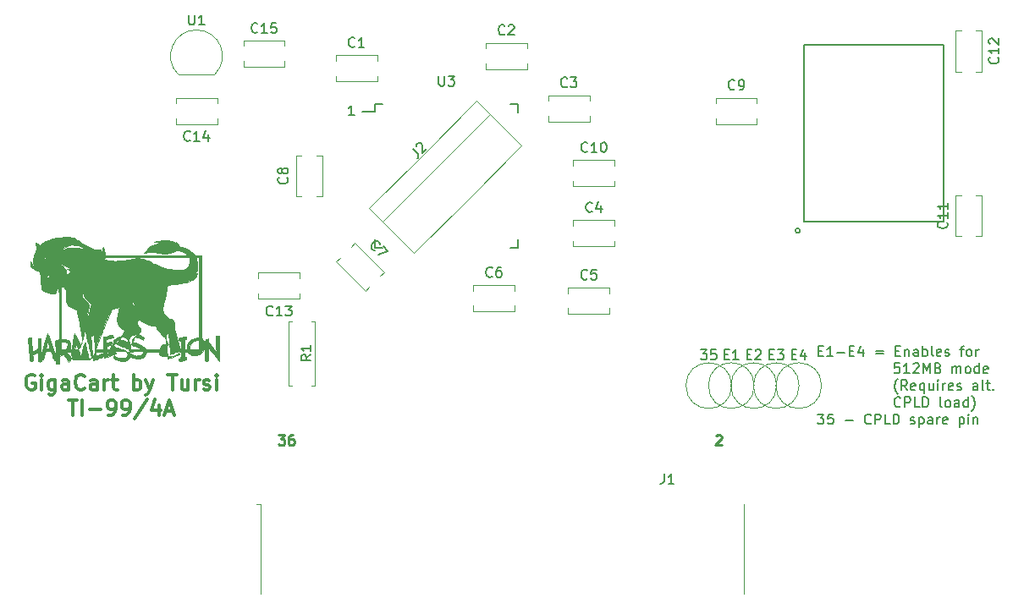
<source format=gto>
G04 #@! TF.FileFunction,Legend,Top*
%FSLAX46Y46*%
G04 Gerber Fmt 4.6, Leading zero omitted, Abs format (unit mm)*
G04 Created by KiCad (PCBNEW 4.0.7) date 12/03/18 22:41:55*
%MOMM*%
%LPD*%
G01*
G04 APERTURE LIST*
%ADD10C,0.100000*%
%ADD11C,0.200000*%
%ADD12C,0.250000*%
%ADD13C,0.300000*%
%ADD14C,0.127000*%
%ADD15C,0.120000*%
%ADD16C,0.150000*%
%ADD17C,0.010000*%
G04 APERTURE END LIST*
D10*
D11*
X174238095Y-110528571D02*
X174571429Y-110528571D01*
X174714286Y-111052381D02*
X174238095Y-111052381D01*
X174238095Y-110052381D01*
X174714286Y-110052381D01*
X175666667Y-111052381D02*
X175095238Y-111052381D01*
X175380952Y-111052381D02*
X175380952Y-110052381D01*
X175285714Y-110195238D01*
X175190476Y-110290476D01*
X175095238Y-110338095D01*
X176095238Y-110671429D02*
X176857143Y-110671429D01*
X177333333Y-110528571D02*
X177666667Y-110528571D01*
X177809524Y-111052381D02*
X177333333Y-111052381D01*
X177333333Y-110052381D01*
X177809524Y-110052381D01*
X178666667Y-110385714D02*
X178666667Y-111052381D01*
X178428571Y-110004762D02*
X178190476Y-110719048D01*
X178809524Y-110719048D01*
X179952381Y-110528571D02*
X180714286Y-110528571D01*
X180714286Y-110814286D02*
X179952381Y-110814286D01*
X181952381Y-110528571D02*
X182285715Y-110528571D01*
X182428572Y-111052381D02*
X181952381Y-111052381D01*
X181952381Y-110052381D01*
X182428572Y-110052381D01*
X182857143Y-110385714D02*
X182857143Y-111052381D01*
X182857143Y-110480952D02*
X182904762Y-110433333D01*
X183000000Y-110385714D01*
X183142858Y-110385714D01*
X183238096Y-110433333D01*
X183285715Y-110528571D01*
X183285715Y-111052381D01*
X184190477Y-111052381D02*
X184190477Y-110528571D01*
X184142858Y-110433333D01*
X184047620Y-110385714D01*
X183857143Y-110385714D01*
X183761905Y-110433333D01*
X184190477Y-111004762D02*
X184095239Y-111052381D01*
X183857143Y-111052381D01*
X183761905Y-111004762D01*
X183714286Y-110909524D01*
X183714286Y-110814286D01*
X183761905Y-110719048D01*
X183857143Y-110671429D01*
X184095239Y-110671429D01*
X184190477Y-110623810D01*
X184666667Y-111052381D02*
X184666667Y-110052381D01*
X184666667Y-110433333D02*
X184761905Y-110385714D01*
X184952382Y-110385714D01*
X185047620Y-110433333D01*
X185095239Y-110480952D01*
X185142858Y-110576190D01*
X185142858Y-110861905D01*
X185095239Y-110957143D01*
X185047620Y-111004762D01*
X184952382Y-111052381D01*
X184761905Y-111052381D01*
X184666667Y-111004762D01*
X185714286Y-111052381D02*
X185619048Y-111004762D01*
X185571429Y-110909524D01*
X185571429Y-110052381D01*
X186476192Y-111004762D02*
X186380954Y-111052381D01*
X186190477Y-111052381D01*
X186095239Y-111004762D01*
X186047620Y-110909524D01*
X186047620Y-110528571D01*
X186095239Y-110433333D01*
X186190477Y-110385714D01*
X186380954Y-110385714D01*
X186476192Y-110433333D01*
X186523811Y-110528571D01*
X186523811Y-110623810D01*
X186047620Y-110719048D01*
X186904763Y-111004762D02*
X187000001Y-111052381D01*
X187190477Y-111052381D01*
X187285716Y-111004762D01*
X187333335Y-110909524D01*
X187333335Y-110861905D01*
X187285716Y-110766667D01*
X187190477Y-110719048D01*
X187047620Y-110719048D01*
X186952382Y-110671429D01*
X186904763Y-110576190D01*
X186904763Y-110528571D01*
X186952382Y-110433333D01*
X187047620Y-110385714D01*
X187190477Y-110385714D01*
X187285716Y-110433333D01*
X188380954Y-110385714D02*
X188761906Y-110385714D01*
X188523811Y-111052381D02*
X188523811Y-110195238D01*
X188571430Y-110100000D01*
X188666668Y-110052381D01*
X188761906Y-110052381D01*
X189238097Y-111052381D02*
X189142859Y-111004762D01*
X189095240Y-110957143D01*
X189047621Y-110861905D01*
X189047621Y-110576190D01*
X189095240Y-110480952D01*
X189142859Y-110433333D01*
X189238097Y-110385714D01*
X189380955Y-110385714D01*
X189476193Y-110433333D01*
X189523812Y-110480952D01*
X189571431Y-110576190D01*
X189571431Y-110861905D01*
X189523812Y-110957143D01*
X189476193Y-111004762D01*
X189380955Y-111052381D01*
X189238097Y-111052381D01*
X190000002Y-111052381D02*
X190000002Y-110385714D01*
X190000002Y-110576190D02*
X190047621Y-110480952D01*
X190095240Y-110433333D01*
X190190478Y-110385714D01*
X190285717Y-110385714D01*
X182333336Y-111752381D02*
X181857145Y-111752381D01*
X181809526Y-112228571D01*
X181857145Y-112180952D01*
X181952383Y-112133333D01*
X182190479Y-112133333D01*
X182285717Y-112180952D01*
X182333336Y-112228571D01*
X182380955Y-112323810D01*
X182380955Y-112561905D01*
X182333336Y-112657143D01*
X182285717Y-112704762D01*
X182190479Y-112752381D01*
X181952383Y-112752381D01*
X181857145Y-112704762D01*
X181809526Y-112657143D01*
X183333336Y-112752381D02*
X182761907Y-112752381D01*
X183047621Y-112752381D02*
X183047621Y-111752381D01*
X182952383Y-111895238D01*
X182857145Y-111990476D01*
X182761907Y-112038095D01*
X183714288Y-111847619D02*
X183761907Y-111800000D01*
X183857145Y-111752381D01*
X184095241Y-111752381D01*
X184190479Y-111800000D01*
X184238098Y-111847619D01*
X184285717Y-111942857D01*
X184285717Y-112038095D01*
X184238098Y-112180952D01*
X183666669Y-112752381D01*
X184285717Y-112752381D01*
X184714288Y-112752381D02*
X184714288Y-111752381D01*
X185047622Y-112466667D01*
X185380955Y-111752381D01*
X185380955Y-112752381D01*
X186190479Y-112228571D02*
X186333336Y-112276190D01*
X186380955Y-112323810D01*
X186428574Y-112419048D01*
X186428574Y-112561905D01*
X186380955Y-112657143D01*
X186333336Y-112704762D01*
X186238098Y-112752381D01*
X185857145Y-112752381D01*
X185857145Y-111752381D01*
X186190479Y-111752381D01*
X186285717Y-111800000D01*
X186333336Y-111847619D01*
X186380955Y-111942857D01*
X186380955Y-112038095D01*
X186333336Y-112133333D01*
X186285717Y-112180952D01*
X186190479Y-112228571D01*
X185857145Y-112228571D01*
X187619050Y-112752381D02*
X187619050Y-112085714D01*
X187619050Y-112180952D02*
X187666669Y-112133333D01*
X187761907Y-112085714D01*
X187904765Y-112085714D01*
X188000003Y-112133333D01*
X188047622Y-112228571D01*
X188047622Y-112752381D01*
X188047622Y-112228571D02*
X188095241Y-112133333D01*
X188190479Y-112085714D01*
X188333336Y-112085714D01*
X188428574Y-112133333D01*
X188476193Y-112228571D01*
X188476193Y-112752381D01*
X189095240Y-112752381D02*
X189000002Y-112704762D01*
X188952383Y-112657143D01*
X188904764Y-112561905D01*
X188904764Y-112276190D01*
X188952383Y-112180952D01*
X189000002Y-112133333D01*
X189095240Y-112085714D01*
X189238098Y-112085714D01*
X189333336Y-112133333D01*
X189380955Y-112180952D01*
X189428574Y-112276190D01*
X189428574Y-112561905D01*
X189380955Y-112657143D01*
X189333336Y-112704762D01*
X189238098Y-112752381D01*
X189095240Y-112752381D01*
X190285717Y-112752381D02*
X190285717Y-111752381D01*
X190285717Y-112704762D02*
X190190479Y-112752381D01*
X190000002Y-112752381D01*
X189904764Y-112704762D01*
X189857145Y-112657143D01*
X189809526Y-112561905D01*
X189809526Y-112276190D01*
X189857145Y-112180952D01*
X189904764Y-112133333D01*
X190000002Y-112085714D01*
X190190479Y-112085714D01*
X190285717Y-112133333D01*
X191142860Y-112704762D02*
X191047622Y-112752381D01*
X190857145Y-112752381D01*
X190761907Y-112704762D01*
X190714288Y-112609524D01*
X190714288Y-112228571D01*
X190761907Y-112133333D01*
X190857145Y-112085714D01*
X191047622Y-112085714D01*
X191142860Y-112133333D01*
X191190479Y-112228571D01*
X191190479Y-112323810D01*
X190714288Y-112419048D01*
X182142860Y-114833333D02*
X182095240Y-114785714D01*
X182000002Y-114642857D01*
X181952383Y-114547619D01*
X181904764Y-114404762D01*
X181857145Y-114166667D01*
X181857145Y-113976190D01*
X181904764Y-113738095D01*
X181952383Y-113595238D01*
X182000002Y-113500000D01*
X182095240Y-113357143D01*
X182142860Y-113309524D01*
X183095241Y-114452381D02*
X182761907Y-113976190D01*
X182523812Y-114452381D02*
X182523812Y-113452381D01*
X182904765Y-113452381D01*
X183000003Y-113500000D01*
X183047622Y-113547619D01*
X183095241Y-113642857D01*
X183095241Y-113785714D01*
X183047622Y-113880952D01*
X183000003Y-113928571D01*
X182904765Y-113976190D01*
X182523812Y-113976190D01*
X183904765Y-114404762D02*
X183809527Y-114452381D01*
X183619050Y-114452381D01*
X183523812Y-114404762D01*
X183476193Y-114309524D01*
X183476193Y-113928571D01*
X183523812Y-113833333D01*
X183619050Y-113785714D01*
X183809527Y-113785714D01*
X183904765Y-113833333D01*
X183952384Y-113928571D01*
X183952384Y-114023810D01*
X183476193Y-114119048D01*
X184809527Y-113785714D02*
X184809527Y-114785714D01*
X184809527Y-114404762D02*
X184714289Y-114452381D01*
X184523812Y-114452381D01*
X184428574Y-114404762D01*
X184380955Y-114357143D01*
X184333336Y-114261905D01*
X184333336Y-113976190D01*
X184380955Y-113880952D01*
X184428574Y-113833333D01*
X184523812Y-113785714D01*
X184714289Y-113785714D01*
X184809527Y-113833333D01*
X185714289Y-113785714D02*
X185714289Y-114452381D01*
X185285717Y-113785714D02*
X185285717Y-114309524D01*
X185333336Y-114404762D01*
X185428574Y-114452381D01*
X185571432Y-114452381D01*
X185666670Y-114404762D01*
X185714289Y-114357143D01*
X186190479Y-114452381D02*
X186190479Y-113785714D01*
X186190479Y-113452381D02*
X186142860Y-113500000D01*
X186190479Y-113547619D01*
X186238098Y-113500000D01*
X186190479Y-113452381D01*
X186190479Y-113547619D01*
X186666669Y-114452381D02*
X186666669Y-113785714D01*
X186666669Y-113976190D02*
X186714288Y-113880952D01*
X186761907Y-113833333D01*
X186857145Y-113785714D01*
X186952384Y-113785714D01*
X187666670Y-114404762D02*
X187571432Y-114452381D01*
X187380955Y-114452381D01*
X187285717Y-114404762D01*
X187238098Y-114309524D01*
X187238098Y-113928571D01*
X187285717Y-113833333D01*
X187380955Y-113785714D01*
X187571432Y-113785714D01*
X187666670Y-113833333D01*
X187714289Y-113928571D01*
X187714289Y-114023810D01*
X187238098Y-114119048D01*
X188095241Y-114404762D02*
X188190479Y-114452381D01*
X188380955Y-114452381D01*
X188476194Y-114404762D01*
X188523813Y-114309524D01*
X188523813Y-114261905D01*
X188476194Y-114166667D01*
X188380955Y-114119048D01*
X188238098Y-114119048D01*
X188142860Y-114071429D01*
X188095241Y-113976190D01*
X188095241Y-113928571D01*
X188142860Y-113833333D01*
X188238098Y-113785714D01*
X188380955Y-113785714D01*
X188476194Y-113833333D01*
X190142861Y-114452381D02*
X190142861Y-113928571D01*
X190095242Y-113833333D01*
X190000004Y-113785714D01*
X189809527Y-113785714D01*
X189714289Y-113833333D01*
X190142861Y-114404762D02*
X190047623Y-114452381D01*
X189809527Y-114452381D01*
X189714289Y-114404762D01*
X189666670Y-114309524D01*
X189666670Y-114214286D01*
X189714289Y-114119048D01*
X189809527Y-114071429D01*
X190047623Y-114071429D01*
X190142861Y-114023810D01*
X190761908Y-114452381D02*
X190666670Y-114404762D01*
X190619051Y-114309524D01*
X190619051Y-113452381D01*
X191000004Y-113785714D02*
X191380956Y-113785714D01*
X191142861Y-113452381D02*
X191142861Y-114309524D01*
X191190480Y-114404762D01*
X191285718Y-114452381D01*
X191380956Y-114452381D01*
X191714290Y-114357143D02*
X191761909Y-114404762D01*
X191714290Y-114452381D01*
X191666671Y-114404762D01*
X191714290Y-114357143D01*
X191714290Y-114452381D01*
X182428574Y-116057143D02*
X182380955Y-116104762D01*
X182238098Y-116152381D01*
X182142860Y-116152381D01*
X182000002Y-116104762D01*
X181904764Y-116009524D01*
X181857145Y-115914286D01*
X181809526Y-115723810D01*
X181809526Y-115580952D01*
X181857145Y-115390476D01*
X181904764Y-115295238D01*
X182000002Y-115200000D01*
X182142860Y-115152381D01*
X182238098Y-115152381D01*
X182380955Y-115200000D01*
X182428574Y-115247619D01*
X182857145Y-116152381D02*
X182857145Y-115152381D01*
X183238098Y-115152381D01*
X183333336Y-115200000D01*
X183380955Y-115247619D01*
X183428574Y-115342857D01*
X183428574Y-115485714D01*
X183380955Y-115580952D01*
X183333336Y-115628571D01*
X183238098Y-115676190D01*
X182857145Y-115676190D01*
X184333336Y-116152381D02*
X183857145Y-116152381D01*
X183857145Y-115152381D01*
X184666669Y-116152381D02*
X184666669Y-115152381D01*
X184904764Y-115152381D01*
X185047622Y-115200000D01*
X185142860Y-115295238D01*
X185190479Y-115390476D01*
X185238098Y-115580952D01*
X185238098Y-115723810D01*
X185190479Y-115914286D01*
X185142860Y-116009524D01*
X185047622Y-116104762D01*
X184904764Y-116152381D01*
X184666669Y-116152381D01*
X186571431Y-116152381D02*
X186476193Y-116104762D01*
X186428574Y-116009524D01*
X186428574Y-115152381D01*
X187095241Y-116152381D02*
X187000003Y-116104762D01*
X186952384Y-116057143D01*
X186904765Y-115961905D01*
X186904765Y-115676190D01*
X186952384Y-115580952D01*
X187000003Y-115533333D01*
X187095241Y-115485714D01*
X187238099Y-115485714D01*
X187333337Y-115533333D01*
X187380956Y-115580952D01*
X187428575Y-115676190D01*
X187428575Y-115961905D01*
X187380956Y-116057143D01*
X187333337Y-116104762D01*
X187238099Y-116152381D01*
X187095241Y-116152381D01*
X188285718Y-116152381D02*
X188285718Y-115628571D01*
X188238099Y-115533333D01*
X188142861Y-115485714D01*
X187952384Y-115485714D01*
X187857146Y-115533333D01*
X188285718Y-116104762D02*
X188190480Y-116152381D01*
X187952384Y-116152381D01*
X187857146Y-116104762D01*
X187809527Y-116009524D01*
X187809527Y-115914286D01*
X187857146Y-115819048D01*
X187952384Y-115771429D01*
X188190480Y-115771429D01*
X188285718Y-115723810D01*
X189190480Y-116152381D02*
X189190480Y-115152381D01*
X189190480Y-116104762D02*
X189095242Y-116152381D01*
X188904765Y-116152381D01*
X188809527Y-116104762D01*
X188761908Y-116057143D01*
X188714289Y-115961905D01*
X188714289Y-115676190D01*
X188761908Y-115580952D01*
X188809527Y-115533333D01*
X188904765Y-115485714D01*
X189095242Y-115485714D01*
X189190480Y-115533333D01*
X189571432Y-116533333D02*
X189619051Y-116485714D01*
X189714289Y-116342857D01*
X189761908Y-116247619D01*
X189809527Y-116104762D01*
X189857146Y-115866667D01*
X189857146Y-115676190D01*
X189809527Y-115438095D01*
X189761908Y-115295238D01*
X189714289Y-115200000D01*
X189619051Y-115057143D01*
X189571432Y-115009524D01*
X174142857Y-116852381D02*
X174761905Y-116852381D01*
X174428571Y-117233333D01*
X174571429Y-117233333D01*
X174666667Y-117280952D01*
X174714286Y-117328571D01*
X174761905Y-117423810D01*
X174761905Y-117661905D01*
X174714286Y-117757143D01*
X174666667Y-117804762D01*
X174571429Y-117852381D01*
X174285714Y-117852381D01*
X174190476Y-117804762D01*
X174142857Y-117757143D01*
X175666667Y-116852381D02*
X175190476Y-116852381D01*
X175142857Y-117328571D01*
X175190476Y-117280952D01*
X175285714Y-117233333D01*
X175523810Y-117233333D01*
X175619048Y-117280952D01*
X175666667Y-117328571D01*
X175714286Y-117423810D01*
X175714286Y-117661905D01*
X175666667Y-117757143D01*
X175619048Y-117804762D01*
X175523810Y-117852381D01*
X175285714Y-117852381D01*
X175190476Y-117804762D01*
X175142857Y-117757143D01*
X176904762Y-117471429D02*
X177666667Y-117471429D01*
X179476191Y-117757143D02*
X179428572Y-117804762D01*
X179285715Y-117852381D01*
X179190477Y-117852381D01*
X179047619Y-117804762D01*
X178952381Y-117709524D01*
X178904762Y-117614286D01*
X178857143Y-117423810D01*
X178857143Y-117280952D01*
X178904762Y-117090476D01*
X178952381Y-116995238D01*
X179047619Y-116900000D01*
X179190477Y-116852381D01*
X179285715Y-116852381D01*
X179428572Y-116900000D01*
X179476191Y-116947619D01*
X179904762Y-117852381D02*
X179904762Y-116852381D01*
X180285715Y-116852381D01*
X180380953Y-116900000D01*
X180428572Y-116947619D01*
X180476191Y-117042857D01*
X180476191Y-117185714D01*
X180428572Y-117280952D01*
X180380953Y-117328571D01*
X180285715Y-117376190D01*
X179904762Y-117376190D01*
X181380953Y-117852381D02*
X180904762Y-117852381D01*
X180904762Y-116852381D01*
X181714286Y-117852381D02*
X181714286Y-116852381D01*
X181952381Y-116852381D01*
X182095239Y-116900000D01*
X182190477Y-116995238D01*
X182238096Y-117090476D01*
X182285715Y-117280952D01*
X182285715Y-117423810D01*
X182238096Y-117614286D01*
X182190477Y-117709524D01*
X182095239Y-117804762D01*
X181952381Y-117852381D01*
X181714286Y-117852381D01*
X183428572Y-117804762D02*
X183523810Y-117852381D01*
X183714286Y-117852381D01*
X183809525Y-117804762D01*
X183857144Y-117709524D01*
X183857144Y-117661905D01*
X183809525Y-117566667D01*
X183714286Y-117519048D01*
X183571429Y-117519048D01*
X183476191Y-117471429D01*
X183428572Y-117376190D01*
X183428572Y-117328571D01*
X183476191Y-117233333D01*
X183571429Y-117185714D01*
X183714286Y-117185714D01*
X183809525Y-117233333D01*
X184285715Y-117185714D02*
X184285715Y-118185714D01*
X184285715Y-117233333D02*
X184380953Y-117185714D01*
X184571430Y-117185714D01*
X184666668Y-117233333D01*
X184714287Y-117280952D01*
X184761906Y-117376190D01*
X184761906Y-117661905D01*
X184714287Y-117757143D01*
X184666668Y-117804762D01*
X184571430Y-117852381D01*
X184380953Y-117852381D01*
X184285715Y-117804762D01*
X185619049Y-117852381D02*
X185619049Y-117328571D01*
X185571430Y-117233333D01*
X185476192Y-117185714D01*
X185285715Y-117185714D01*
X185190477Y-117233333D01*
X185619049Y-117804762D02*
X185523811Y-117852381D01*
X185285715Y-117852381D01*
X185190477Y-117804762D01*
X185142858Y-117709524D01*
X185142858Y-117614286D01*
X185190477Y-117519048D01*
X185285715Y-117471429D01*
X185523811Y-117471429D01*
X185619049Y-117423810D01*
X186095239Y-117852381D02*
X186095239Y-117185714D01*
X186095239Y-117376190D02*
X186142858Y-117280952D01*
X186190477Y-117233333D01*
X186285715Y-117185714D01*
X186380954Y-117185714D01*
X187095240Y-117804762D02*
X187000002Y-117852381D01*
X186809525Y-117852381D01*
X186714287Y-117804762D01*
X186666668Y-117709524D01*
X186666668Y-117328571D01*
X186714287Y-117233333D01*
X186809525Y-117185714D01*
X187000002Y-117185714D01*
X187095240Y-117233333D01*
X187142859Y-117328571D01*
X187142859Y-117423810D01*
X186666668Y-117519048D01*
X188333335Y-117185714D02*
X188333335Y-118185714D01*
X188333335Y-117233333D02*
X188428573Y-117185714D01*
X188619050Y-117185714D01*
X188714288Y-117233333D01*
X188761907Y-117280952D01*
X188809526Y-117376190D01*
X188809526Y-117661905D01*
X188761907Y-117757143D01*
X188714288Y-117804762D01*
X188619050Y-117852381D01*
X188428573Y-117852381D01*
X188333335Y-117804762D01*
X189238097Y-117852381D02*
X189238097Y-117185714D01*
X189238097Y-116852381D02*
X189190478Y-116900000D01*
X189238097Y-116947619D01*
X189285716Y-116900000D01*
X189238097Y-116852381D01*
X189238097Y-116947619D01*
X189714287Y-117185714D02*
X189714287Y-117852381D01*
X189714287Y-117280952D02*
X189761906Y-117233333D01*
X189857144Y-117185714D01*
X190000002Y-117185714D01*
X190095240Y-117233333D01*
X190142859Y-117328571D01*
X190142859Y-117852381D01*
D12*
X120190476Y-118952381D02*
X120809524Y-118952381D01*
X120476190Y-119333333D01*
X120619048Y-119333333D01*
X120714286Y-119380952D01*
X120761905Y-119428571D01*
X120809524Y-119523810D01*
X120809524Y-119761905D01*
X120761905Y-119857143D01*
X120714286Y-119904762D01*
X120619048Y-119952381D01*
X120333333Y-119952381D01*
X120238095Y-119904762D01*
X120190476Y-119857143D01*
X121666667Y-118952381D02*
X121476190Y-118952381D01*
X121380952Y-119000000D01*
X121333333Y-119047619D01*
X121238095Y-119190476D01*
X121190476Y-119380952D01*
X121190476Y-119761905D01*
X121238095Y-119857143D01*
X121285714Y-119904762D01*
X121380952Y-119952381D01*
X121571429Y-119952381D01*
X121666667Y-119904762D01*
X121714286Y-119857143D01*
X121761905Y-119761905D01*
X121761905Y-119523810D01*
X121714286Y-119428571D01*
X121666667Y-119380952D01*
X121571429Y-119333333D01*
X121380952Y-119333333D01*
X121285714Y-119380952D01*
X121238095Y-119428571D01*
X121190476Y-119523810D01*
X163964286Y-119047619D02*
X164011905Y-119000000D01*
X164107143Y-118952381D01*
X164345239Y-118952381D01*
X164440477Y-119000000D01*
X164488096Y-119047619D01*
X164535715Y-119142857D01*
X164535715Y-119238095D01*
X164488096Y-119380952D01*
X163916667Y-119952381D01*
X164535715Y-119952381D01*
D11*
X127785715Y-86952381D02*
X127214286Y-86952381D01*
X127500000Y-86952381D02*
X127500000Y-85952381D01*
X127404762Y-86095238D01*
X127309524Y-86190476D01*
X127214286Y-86238095D01*
D13*
X95785714Y-112975000D02*
X95642857Y-112903571D01*
X95428571Y-112903571D01*
X95214286Y-112975000D01*
X95071428Y-113117857D01*
X95000000Y-113260714D01*
X94928571Y-113546429D01*
X94928571Y-113760714D01*
X95000000Y-114046429D01*
X95071428Y-114189286D01*
X95214286Y-114332143D01*
X95428571Y-114403571D01*
X95571428Y-114403571D01*
X95785714Y-114332143D01*
X95857143Y-114260714D01*
X95857143Y-113760714D01*
X95571428Y-113760714D01*
X96500000Y-114403571D02*
X96500000Y-113403571D01*
X96500000Y-112903571D02*
X96428571Y-112975000D01*
X96500000Y-113046429D01*
X96571428Y-112975000D01*
X96500000Y-112903571D01*
X96500000Y-113046429D01*
X97857143Y-113403571D02*
X97857143Y-114617857D01*
X97785714Y-114760714D01*
X97714286Y-114832143D01*
X97571429Y-114903571D01*
X97357143Y-114903571D01*
X97214286Y-114832143D01*
X97857143Y-114332143D02*
X97714286Y-114403571D01*
X97428572Y-114403571D01*
X97285714Y-114332143D01*
X97214286Y-114260714D01*
X97142857Y-114117857D01*
X97142857Y-113689286D01*
X97214286Y-113546429D01*
X97285714Y-113475000D01*
X97428572Y-113403571D01*
X97714286Y-113403571D01*
X97857143Y-113475000D01*
X99214286Y-114403571D02*
X99214286Y-113617857D01*
X99142857Y-113475000D01*
X99000000Y-113403571D01*
X98714286Y-113403571D01*
X98571429Y-113475000D01*
X99214286Y-114332143D02*
X99071429Y-114403571D01*
X98714286Y-114403571D01*
X98571429Y-114332143D01*
X98500000Y-114189286D01*
X98500000Y-114046429D01*
X98571429Y-113903571D01*
X98714286Y-113832143D01*
X99071429Y-113832143D01*
X99214286Y-113760714D01*
X100785715Y-114260714D02*
X100714286Y-114332143D01*
X100500000Y-114403571D01*
X100357143Y-114403571D01*
X100142858Y-114332143D01*
X100000000Y-114189286D01*
X99928572Y-114046429D01*
X99857143Y-113760714D01*
X99857143Y-113546429D01*
X99928572Y-113260714D01*
X100000000Y-113117857D01*
X100142858Y-112975000D01*
X100357143Y-112903571D01*
X100500000Y-112903571D01*
X100714286Y-112975000D01*
X100785715Y-113046429D01*
X102071429Y-114403571D02*
X102071429Y-113617857D01*
X102000000Y-113475000D01*
X101857143Y-113403571D01*
X101571429Y-113403571D01*
X101428572Y-113475000D01*
X102071429Y-114332143D02*
X101928572Y-114403571D01*
X101571429Y-114403571D01*
X101428572Y-114332143D01*
X101357143Y-114189286D01*
X101357143Y-114046429D01*
X101428572Y-113903571D01*
X101571429Y-113832143D01*
X101928572Y-113832143D01*
X102071429Y-113760714D01*
X102785715Y-114403571D02*
X102785715Y-113403571D01*
X102785715Y-113689286D02*
X102857143Y-113546429D01*
X102928572Y-113475000D01*
X103071429Y-113403571D01*
X103214286Y-113403571D01*
X103500000Y-113403571D02*
X104071429Y-113403571D01*
X103714286Y-112903571D02*
X103714286Y-114189286D01*
X103785714Y-114332143D01*
X103928572Y-114403571D01*
X104071429Y-114403571D01*
X105714286Y-114403571D02*
X105714286Y-112903571D01*
X105714286Y-113475000D02*
X105857143Y-113403571D01*
X106142857Y-113403571D01*
X106285714Y-113475000D01*
X106357143Y-113546429D01*
X106428572Y-113689286D01*
X106428572Y-114117857D01*
X106357143Y-114260714D01*
X106285714Y-114332143D01*
X106142857Y-114403571D01*
X105857143Y-114403571D01*
X105714286Y-114332143D01*
X106928572Y-113403571D02*
X107285715Y-114403571D01*
X107642857Y-113403571D02*
X107285715Y-114403571D01*
X107142857Y-114760714D01*
X107071429Y-114832143D01*
X106928572Y-114903571D01*
X109142857Y-112903571D02*
X110000000Y-112903571D01*
X109571429Y-114403571D02*
X109571429Y-112903571D01*
X111142857Y-113403571D02*
X111142857Y-114403571D01*
X110500000Y-113403571D02*
X110500000Y-114189286D01*
X110571428Y-114332143D01*
X110714286Y-114403571D01*
X110928571Y-114403571D01*
X111071428Y-114332143D01*
X111142857Y-114260714D01*
X111857143Y-114403571D02*
X111857143Y-113403571D01*
X111857143Y-113689286D02*
X111928571Y-113546429D01*
X112000000Y-113475000D01*
X112142857Y-113403571D01*
X112285714Y-113403571D01*
X112714285Y-114332143D02*
X112857142Y-114403571D01*
X113142857Y-114403571D01*
X113285714Y-114332143D01*
X113357142Y-114189286D01*
X113357142Y-114117857D01*
X113285714Y-113975000D01*
X113142857Y-113903571D01*
X112928571Y-113903571D01*
X112785714Y-113832143D01*
X112714285Y-113689286D01*
X112714285Y-113617857D01*
X112785714Y-113475000D01*
X112928571Y-113403571D01*
X113142857Y-113403571D01*
X113285714Y-113475000D01*
X114000000Y-114403571D02*
X114000000Y-113403571D01*
X114000000Y-112903571D02*
X113928571Y-112975000D01*
X114000000Y-113046429D01*
X114071428Y-112975000D01*
X114000000Y-112903571D01*
X114000000Y-113046429D01*
X99214286Y-115453571D02*
X100071429Y-115453571D01*
X99642858Y-116953571D02*
X99642858Y-115453571D01*
X100571429Y-116953571D02*
X100571429Y-115453571D01*
X101285715Y-116382143D02*
X102428572Y-116382143D01*
X103214286Y-116953571D02*
X103500001Y-116953571D01*
X103642858Y-116882143D01*
X103714286Y-116810714D01*
X103857144Y-116596429D01*
X103928572Y-116310714D01*
X103928572Y-115739286D01*
X103857144Y-115596429D01*
X103785715Y-115525000D01*
X103642858Y-115453571D01*
X103357144Y-115453571D01*
X103214286Y-115525000D01*
X103142858Y-115596429D01*
X103071429Y-115739286D01*
X103071429Y-116096429D01*
X103142858Y-116239286D01*
X103214286Y-116310714D01*
X103357144Y-116382143D01*
X103642858Y-116382143D01*
X103785715Y-116310714D01*
X103857144Y-116239286D01*
X103928572Y-116096429D01*
X104642857Y-116953571D02*
X104928572Y-116953571D01*
X105071429Y-116882143D01*
X105142857Y-116810714D01*
X105285715Y-116596429D01*
X105357143Y-116310714D01*
X105357143Y-115739286D01*
X105285715Y-115596429D01*
X105214286Y-115525000D01*
X105071429Y-115453571D01*
X104785715Y-115453571D01*
X104642857Y-115525000D01*
X104571429Y-115596429D01*
X104500000Y-115739286D01*
X104500000Y-116096429D01*
X104571429Y-116239286D01*
X104642857Y-116310714D01*
X104785715Y-116382143D01*
X105071429Y-116382143D01*
X105214286Y-116310714D01*
X105285715Y-116239286D01*
X105357143Y-116096429D01*
X107071428Y-115382143D02*
X105785714Y-117310714D01*
X108214286Y-115953571D02*
X108214286Y-116953571D01*
X107857143Y-115382143D02*
X107500000Y-116453571D01*
X108428572Y-116453571D01*
X108928571Y-116525000D02*
X109642857Y-116525000D01*
X108785714Y-116953571D02*
X109285714Y-115453571D01*
X109785714Y-116953571D01*
D14*
X172386860Y-98486880D02*
G75*
G03X172386860Y-98486880I-233680J0D01*
G01*
X172755160Y-97595340D02*
X172755160Y-79891540D01*
X172755160Y-79891540D02*
X186750560Y-79891540D01*
X186750560Y-79891540D02*
X186750560Y-97595340D01*
X186750560Y-97595340D02*
X172755160Y-97595340D01*
D15*
X166790000Y-134850000D02*
X166790000Y-125900000D01*
X118390000Y-134850000D02*
X118390000Y-125900000D01*
X118390000Y-125900000D02*
X117990000Y-125900000D01*
X139139555Y-95343502D02*
X144527708Y-89955349D01*
X136000000Y-92203948D02*
X141388154Y-86815795D01*
X134656498Y-90860445D02*
X140044651Y-85472292D01*
X129268344Y-96248599D02*
X133751401Y-100731656D01*
X140044651Y-85472292D02*
X144527708Y-89955349D01*
X136000000Y-92203948D02*
X130611847Y-97592102D01*
X129268344Y-96248599D02*
X134656498Y-90860445D01*
X139139555Y-95343502D02*
X133751401Y-100731656D01*
X110200000Y-82850000D02*
X113800000Y-82850000D01*
X110161522Y-82838478D02*
G75*
G02X112000000Y-78400000I1838478J1838478D01*
G01*
X113838478Y-82838478D02*
G75*
G03X112000000Y-78400000I-1838478J1838478D01*
G01*
D16*
X129825000Y-85825000D02*
X129825000Y-86550000D01*
X144175000Y-85825000D02*
X144175000Y-86625000D01*
X144175000Y-100175000D02*
X144175000Y-99375000D01*
X129825000Y-100175000D02*
X129825000Y-99375000D01*
X129825000Y-85825000D02*
X130625000Y-85825000D01*
X129825000Y-100175000D02*
X130625000Y-100175000D01*
X144175000Y-100175000D02*
X143375000Y-100175000D01*
X144175000Y-85825000D02*
X143375000Y-85825000D01*
X129825000Y-86550000D02*
X128550000Y-86550000D01*
D15*
X167786000Y-114000000D02*
G75*
G03X167786000Y-114000000I-2286000J0D01*
G01*
X170036000Y-114000000D02*
G75*
G03X170036000Y-114000000I-2286000J0D01*
G01*
X172286000Y-114000000D02*
G75*
G03X172286000Y-114000000I-2286000J0D01*
G01*
X174536000Y-114000000D02*
G75*
G03X174536000Y-114000000I-2286000J0D01*
G01*
X165536000Y-114000000D02*
G75*
G03X165536000Y-114000000I-2286000J0D01*
G01*
X187940000Y-99060000D02*
X187940000Y-94940000D01*
X190560000Y-99060000D02*
X190560000Y-94940000D01*
X187940000Y-99060000D02*
X188500000Y-99060000D01*
X190000000Y-99060000D02*
X190560000Y-99060000D01*
X187940000Y-94940000D02*
X188500000Y-94940000D01*
X190000000Y-94940000D02*
X190560000Y-94940000D01*
X190560000Y-78440000D02*
X190560000Y-82560000D01*
X187940000Y-78440000D02*
X187940000Y-82560000D01*
X190560000Y-78440000D02*
X190000000Y-78440000D01*
X188500000Y-78440000D02*
X187940000Y-78440000D01*
X190560000Y-82560000D02*
X190000000Y-82560000D01*
X188500000Y-82560000D02*
X187940000Y-82560000D01*
X122310000Y-105310000D02*
X118190000Y-105310000D01*
X122310000Y-102690000D02*
X118190000Y-102690000D01*
X122310000Y-105310000D02*
X122310000Y-104750000D01*
X122310000Y-103250000D02*
X122310000Y-102690000D01*
X118190000Y-105310000D02*
X118190000Y-104750000D01*
X118190000Y-103250000D02*
X118190000Y-102690000D01*
X121520000Y-114020000D02*
X121190000Y-114020000D01*
X121190000Y-114020000D02*
X121190000Y-107600000D01*
X121190000Y-107600000D02*
X121520000Y-107600000D01*
X123480000Y-114020000D02*
X123810000Y-114020000D01*
X123810000Y-114020000D02*
X123810000Y-107600000D01*
X123810000Y-107600000D02*
X123480000Y-107600000D01*
X114060000Y-87810000D02*
X109940000Y-87810000D01*
X114060000Y-85190000D02*
X109940000Y-85190000D01*
X114060000Y-87810000D02*
X114060000Y-87250000D01*
X114060000Y-85750000D02*
X114060000Y-85190000D01*
X109940000Y-87810000D02*
X109940000Y-87250000D01*
X109940000Y-85750000D02*
X109940000Y-85190000D01*
X116690000Y-79440000D02*
X120810000Y-79440000D01*
X116690000Y-82060000D02*
X120810000Y-82060000D01*
X116690000Y-79440000D02*
X116690000Y-80000000D01*
X116690000Y-81500000D02*
X116690000Y-82060000D01*
X120810000Y-79440000D02*
X120810000Y-80000000D01*
X120810000Y-81500000D02*
X120810000Y-82060000D01*
X125940000Y-80940000D02*
X130060000Y-80940000D01*
X125940000Y-83560000D02*
X130060000Y-83560000D01*
X125940000Y-80940000D02*
X125940000Y-81500000D01*
X125940000Y-83000000D02*
X125940000Y-83560000D01*
X130060000Y-80940000D02*
X130060000Y-81500000D01*
X130060000Y-83000000D02*
X130060000Y-83560000D01*
X140940000Y-79690000D02*
X145060000Y-79690000D01*
X140940000Y-82310000D02*
X145060000Y-82310000D01*
X140940000Y-79690000D02*
X140940000Y-80250000D01*
X140940000Y-81750000D02*
X140940000Y-82310000D01*
X145060000Y-79690000D02*
X145060000Y-80250000D01*
X145060000Y-81750000D02*
X145060000Y-82310000D01*
X147190000Y-84940000D02*
X151310000Y-84940000D01*
X147190000Y-87560000D02*
X151310000Y-87560000D01*
X147190000Y-84940000D02*
X147190000Y-85500000D01*
X147190000Y-87000000D02*
X147190000Y-87560000D01*
X151310000Y-84940000D02*
X151310000Y-85500000D01*
X151310000Y-87000000D02*
X151310000Y-87560000D01*
X149690000Y-97440000D02*
X153810000Y-97440000D01*
X149690000Y-100060000D02*
X153810000Y-100060000D01*
X149690000Y-97440000D02*
X149690000Y-98000000D01*
X149690000Y-99500000D02*
X149690000Y-100060000D01*
X153810000Y-97440000D02*
X153810000Y-98000000D01*
X153810000Y-99500000D02*
X153810000Y-100060000D01*
X149190000Y-104190000D02*
X153310000Y-104190000D01*
X149190000Y-106810000D02*
X153310000Y-106810000D01*
X149190000Y-104190000D02*
X149190000Y-104750000D01*
X149190000Y-106250000D02*
X149190000Y-106810000D01*
X153310000Y-104190000D02*
X153310000Y-104750000D01*
X153310000Y-106250000D02*
X153310000Y-106810000D01*
X139690000Y-103940000D02*
X143810000Y-103940000D01*
X139690000Y-106560000D02*
X143810000Y-106560000D01*
X139690000Y-103940000D02*
X139690000Y-104500000D01*
X139690000Y-106000000D02*
X139690000Y-106560000D01*
X143810000Y-103940000D02*
X143810000Y-104500000D01*
X143810000Y-106000000D02*
X143810000Y-106560000D01*
X127835786Y-99733167D02*
X130749066Y-102646447D01*
X125983167Y-101585786D02*
X128896447Y-104499066D01*
X127835786Y-99733167D02*
X127439807Y-100129146D01*
X126379146Y-101189807D02*
X125983167Y-101585786D01*
X130749066Y-102646447D02*
X130353087Y-103042426D01*
X129292426Y-104103087D02*
X128896447Y-104499066D01*
X121940000Y-95060000D02*
X121940000Y-90940000D01*
X124560000Y-95060000D02*
X124560000Y-90940000D01*
X121940000Y-95060000D02*
X122500000Y-95060000D01*
X124000000Y-95060000D02*
X124560000Y-95060000D01*
X121940000Y-90940000D02*
X122500000Y-90940000D01*
X124000000Y-90940000D02*
X124560000Y-90940000D01*
X163940000Y-85190000D02*
X168060000Y-85190000D01*
X163940000Y-87810000D02*
X168060000Y-87810000D01*
X163940000Y-85190000D02*
X163940000Y-85750000D01*
X163940000Y-87250000D02*
X163940000Y-87810000D01*
X168060000Y-85190000D02*
X168060000Y-85750000D01*
X168060000Y-87250000D02*
X168060000Y-87810000D01*
X149690000Y-91440000D02*
X153810000Y-91440000D01*
X149690000Y-94060000D02*
X153810000Y-94060000D01*
X149690000Y-91440000D02*
X149690000Y-92000000D01*
X149690000Y-93500000D02*
X149690000Y-94060000D01*
X153810000Y-91440000D02*
X153810000Y-92000000D01*
X153810000Y-93500000D02*
X153810000Y-94060000D01*
D17*
G36*
X99098472Y-99128395D02*
X99307583Y-99149621D01*
X99514314Y-99184319D01*
X99698887Y-99227728D01*
X99841525Y-99275082D01*
X99922448Y-99321619D01*
X99928000Y-99328177D01*
X99976609Y-99364806D01*
X100070539Y-99418361D01*
X100097333Y-99432093D01*
X100197519Y-99489825D01*
X100341557Y-99582170D01*
X100505252Y-99693371D01*
X100584167Y-99749151D01*
X100923164Y-99971984D01*
X101255877Y-100152334D01*
X101571583Y-100286216D01*
X101859561Y-100369641D01*
X102109088Y-100398622D01*
X102277639Y-100378922D01*
X102371328Y-100362234D01*
X102422411Y-100368300D01*
X102423133Y-100422444D01*
X102375372Y-100509847D01*
X102294867Y-100608599D01*
X102197362Y-100696791D01*
X102174901Y-100712797D01*
X102100549Y-100774682D01*
X102095689Y-100806535D01*
X102149608Y-100805441D01*
X102251591Y-100768485D01*
X102297431Y-100746139D01*
X102457377Y-100617659D01*
X102576083Y-100425420D01*
X102624551Y-100279833D01*
X102665825Y-100110500D01*
X102737830Y-100343333D01*
X102784299Y-100511867D01*
X102822320Y-100681355D01*
X102835171Y-100756083D01*
X102860508Y-100936000D01*
X111076425Y-100936000D01*
X110973796Y-100824600D01*
X110851938Y-100725669D01*
X110676704Y-100623595D01*
X110477589Y-100532570D01*
X110284091Y-100466786D01*
X110186635Y-100445874D01*
X110068637Y-100436413D01*
X109969945Y-100456359D01*
X109854786Y-100515412D01*
X109797094Y-100551517D01*
X109573642Y-100661310D01*
X109305137Y-100742775D01*
X109027405Y-100787849D01*
X108776272Y-100788473D01*
X108755235Y-100785946D01*
X108613495Y-100763785D01*
X108423692Y-100729778D01*
X108220466Y-100690216D01*
X108161833Y-100678158D01*
X107730797Y-100612009D01*
X107356899Y-100605158D01*
X107041619Y-100657604D01*
X106978457Y-100677736D01*
X106749696Y-100758139D01*
X106878887Y-100548177D01*
X107045091Y-100340554D01*
X107272382Y-100143098D01*
X107537309Y-99970614D01*
X107816421Y-99837908D01*
X108086266Y-99759787D01*
X108140667Y-99751565D01*
X108373500Y-99722979D01*
X108246500Y-99669637D01*
X108121417Y-99640047D01*
X107970731Y-99633637D01*
X107935902Y-99636363D01*
X107815412Y-99645282D01*
X107769164Y-99639133D01*
X107788733Y-99621157D01*
X107865699Y-99594593D01*
X107991637Y-99562683D01*
X108158126Y-99528666D01*
X108263613Y-99510285D01*
X108491686Y-99476846D01*
X108681755Y-99461014D01*
X108871044Y-99461732D01*
X109096779Y-99477945D01*
X109166955Y-99484659D01*
X109412439Y-99513728D01*
X109591759Y-99550360D01*
X109723413Y-99603085D01*
X109825897Y-99680432D01*
X109917710Y-99790931D01*
X109957495Y-99849213D01*
X110034697Y-99952889D01*
X110075037Y-99982336D01*
X110072708Y-99942092D01*
X110021904Y-99836693D01*
X110006861Y-99810639D01*
X109954220Y-99712092D01*
X109930539Y-99648515D01*
X109931650Y-99638905D01*
X109976962Y-99645995D01*
X110051254Y-99702555D01*
X110134733Y-99788847D01*
X110207608Y-99885135D01*
X110241865Y-99948274D01*
X110308178Y-100055414D01*
X110392721Y-100090176D01*
X110395485Y-100090226D01*
X110570705Y-100119013D01*
X110787125Y-100195301D01*
X111024666Y-100308166D01*
X111263250Y-100446683D01*
X111482799Y-100599927D01*
X111663235Y-100756974D01*
X111707576Y-100804143D01*
X111772879Y-100871835D01*
X111836092Y-100911243D01*
X111922273Y-100929984D01*
X112056483Y-100935670D01*
X112141493Y-100936000D01*
X112458667Y-100936000D01*
X112458667Y-109203386D01*
X112649167Y-109407046D01*
X112754096Y-109513098D01*
X112814662Y-109557341D01*
X112838521Y-109544770D01*
X112839667Y-109531306D01*
X112872381Y-109468094D01*
X112951386Y-109389123D01*
X113047973Y-109317924D01*
X113133432Y-109278025D01*
X113151580Y-109275667D01*
X113167275Y-109313653D01*
X113177155Y-109410284D01*
X113178830Y-109476750D01*
X113182363Y-109560856D01*
X113197935Y-109636064D01*
X113233702Y-109717249D01*
X113297817Y-109819288D01*
X113398434Y-109957059D01*
X113543707Y-110145438D01*
X113549247Y-110152548D01*
X113684244Y-110322743D01*
X113802500Y-110466132D01*
X113893721Y-110570662D01*
X113947617Y-110624279D01*
X113955924Y-110628798D01*
X113969926Y-110590659D01*
X113975253Y-110487720D01*
X113971252Y-110339463D01*
X113967570Y-110281083D01*
X113955427Y-110081503D01*
X113943733Y-109836570D01*
X113934261Y-109585589D01*
X113930813Y-109466167D01*
X113919167Y-109000500D01*
X114226943Y-108974802D01*
X114256898Y-110088318D01*
X114264482Y-110397329D01*
X114270236Y-110687462D01*
X114273997Y-110945166D01*
X114275605Y-111156893D01*
X114274897Y-111309094D01*
X114272343Y-111381668D01*
X114257833Y-111561502D01*
X113718083Y-110876835D01*
X113178333Y-110192169D01*
X113178333Y-110850813D01*
X113177925Y-111099991D01*
X113175503Y-111277383D01*
X113169276Y-111395869D01*
X113157450Y-111468329D01*
X113138231Y-111507643D01*
X113109828Y-111526693D01*
X113083083Y-111534984D01*
X112993578Y-111558135D01*
X112929222Y-111564871D01*
X112885871Y-111544295D01*
X112859379Y-111485511D01*
X112845604Y-111377622D01*
X112840399Y-111209732D01*
X112839622Y-110970945D01*
X112839633Y-110894917D01*
X112839600Y-110228167D01*
X112750577Y-110408014D01*
X112594052Y-110632691D01*
X112365314Y-110817717D01*
X112249961Y-110882822D01*
X111985045Y-110979140D01*
X111732479Y-110991754D01*
X111492875Y-110920742D01*
X111266847Y-110766183D01*
X111254179Y-110754668D01*
X111126394Y-110650231D01*
X111039475Y-110609262D01*
X111516308Y-110609262D01*
X111519881Y-110630368D01*
X111546008Y-110652846D01*
X111655651Y-110696083D01*
X111809446Y-110711414D01*
X111971638Y-110698921D01*
X112106473Y-110658690D01*
X112120000Y-110651500D01*
X112163430Y-110623028D01*
X112165157Y-110605194D01*
X112113985Y-110595531D01*
X111998720Y-110591571D01*
X111844833Y-110590846D01*
X111666737Y-110592001D01*
X111561244Y-110597306D01*
X111516308Y-110609262D01*
X111039475Y-110609262D01*
X111019027Y-110599624D01*
X110919349Y-110588000D01*
X110765333Y-110588000D01*
X110765333Y-111175439D01*
X110881750Y-111167470D01*
X110964263Y-111172643D01*
X110994683Y-111220772D01*
X110998167Y-111285576D01*
X110994198Y-111348802D01*
X110971111Y-111391573D01*
X110912131Y-111424104D01*
X110800482Y-111456610D01*
X110664223Y-111488939D01*
X110501762Y-111522789D01*
X110368413Y-111543697D01*
X110287643Y-111548179D01*
X110278240Y-111546258D01*
X110231504Y-111493381D01*
X110205684Y-111418968D01*
X110204729Y-111337524D01*
X110258670Y-111297379D01*
X110301797Y-111286032D01*
X110356760Y-111270881D01*
X110391743Y-111243281D01*
X110412223Y-111186005D01*
X110423677Y-111081829D01*
X110431581Y-110913528D01*
X110433130Y-110872989D01*
X110437939Y-110661124D01*
X110438332Y-110566833D01*
X112247000Y-110566833D01*
X112268167Y-110588000D01*
X112289333Y-110566833D01*
X112268167Y-110545667D01*
X112247000Y-110566833D01*
X110438332Y-110566833D01*
X110439013Y-110403566D01*
X110436368Y-110139205D01*
X110432791Y-109986448D01*
X110425744Y-109774596D01*
X110417655Y-109633168D01*
X110405341Y-109547946D01*
X110385616Y-109504714D01*
X110355294Y-109489256D01*
X110320964Y-109487333D01*
X110237033Y-109458573D01*
X110195968Y-109374932D01*
X110190854Y-109273907D01*
X110217424Y-109231835D01*
X110279263Y-109208982D01*
X110394422Y-109177708D01*
X110539637Y-109143089D01*
X110691642Y-109110205D01*
X110827172Y-109084134D01*
X110922963Y-109069954D01*
X110955504Y-109070727D01*
X110970306Y-109119099D01*
X110984371Y-109212482D01*
X110983698Y-109303572D01*
X110939681Y-109342183D01*
X110881750Y-109352562D01*
X110765333Y-109365957D01*
X110765333Y-110376333D01*
X110892333Y-110376333D01*
X110982501Y-110365582D01*
X111015685Y-110316633D01*
X111019333Y-110257017D01*
X111027370Y-110202180D01*
X111315667Y-110202180D01*
X111315667Y-110376333D01*
X112247000Y-110376333D01*
X112247000Y-109974167D01*
X112461513Y-109974167D01*
X112462597Y-110151683D01*
X112467319Y-110255736D01*
X112478145Y-110297521D01*
X112497545Y-110288232D01*
X112522167Y-110249333D01*
X112560356Y-110140376D01*
X112582269Y-109996722D01*
X112584166Y-109950508D01*
X112571694Y-109813231D01*
X112538577Y-109701087D01*
X112523513Y-109675341D01*
X112494198Y-109644099D01*
X112475848Y-109652621D01*
X112465963Y-109712954D01*
X112462044Y-109837144D01*
X112461513Y-109974167D01*
X112247000Y-109974167D01*
X112247000Y-109550833D01*
X112416333Y-109550833D01*
X112437500Y-109572000D01*
X112458667Y-109550833D01*
X112437500Y-109529667D01*
X112416333Y-109550833D01*
X112247000Y-109550833D01*
X112247000Y-109434228D01*
X112036099Y-109454493D01*
X111802967Y-109514402D01*
X111600458Y-109637582D01*
X111442595Y-109809482D01*
X111343399Y-110015548D01*
X111315667Y-110202180D01*
X111027370Y-110202180D01*
X111058827Y-109987568D01*
X111168826Y-109736798D01*
X111336605Y-109517883D01*
X111549438Y-109344001D01*
X111794602Y-109228326D01*
X112055468Y-109184107D01*
X112247000Y-109180262D01*
X112247000Y-101147667D01*
X112098833Y-101147667D01*
X112000849Y-101154012D01*
X111951928Y-101169613D01*
X111950667Y-101172901D01*
X111961618Y-101224192D01*
X111989953Y-101330823D01*
X112019449Y-101434739D01*
X112053731Y-101609217D01*
X112071213Y-101821610D01*
X112072712Y-102048633D01*
X112059046Y-102267000D01*
X112031032Y-102453424D01*
X111989487Y-102584621D01*
X111978399Y-102604086D01*
X111922244Y-102698261D01*
X111921687Y-102742685D01*
X111982380Y-102755970D01*
X112024750Y-102756734D01*
X112087772Y-102760046D01*
X112095046Y-102776512D01*
X112040102Y-102816845D01*
X111958333Y-102866706D01*
X111859117Y-102933193D01*
X111804106Y-102984157D01*
X111800289Y-103001066D01*
X111846253Y-102997755D01*
X111875172Y-102975761D01*
X111947680Y-102922169D01*
X111985352Y-102930679D01*
X111987649Y-102985984D01*
X111954030Y-103072778D01*
X111883957Y-103175753D01*
X111882293Y-103177737D01*
X111736930Y-103323457D01*
X111560157Y-103447542D01*
X111343563Y-103552656D01*
X111078736Y-103641463D01*
X110757265Y-103716624D01*
X110370737Y-103780803D01*
X109910740Y-103836663D01*
X109749333Y-103852956D01*
X109482137Y-103882116D01*
X109288527Y-103912760D01*
X109157462Y-103949071D01*
X109077905Y-103995229D01*
X109038816Y-104055415D01*
X109029110Y-104125724D01*
X109024669Y-104197581D01*
X109010760Y-104301037D01*
X108985775Y-104444137D01*
X108948104Y-104634929D01*
X108896139Y-104881461D01*
X108828270Y-105191778D01*
X108742887Y-105573929D01*
X108712764Y-105707561D01*
X108557783Y-106393955D01*
X108712551Y-106688479D01*
X108840195Y-106897367D01*
X108984880Y-107078926D01*
X109133066Y-107219807D01*
X109271214Y-107306664D01*
X109361632Y-107328333D01*
X109501409Y-107356303D01*
X109612558Y-107446253D01*
X109704092Y-107607238D01*
X109743629Y-107712170D01*
X109790261Y-107865020D01*
X109805071Y-107963765D01*
X109790560Y-108031701D01*
X109779985Y-108050973D01*
X109763997Y-108142741D01*
X109782355Y-108311593D01*
X109835002Y-108557257D01*
X109921877Y-108879455D01*
X110042921Y-109277915D01*
X110049355Y-109298216D01*
X110116949Y-109519739D01*
X110186492Y-109761594D01*
X110245002Y-109978357D01*
X110254911Y-110017395D01*
X110298840Y-110174847D01*
X110341517Y-110296863D01*
X110375473Y-110362935D01*
X110382871Y-110368790D01*
X110424343Y-110418612D01*
X110423263Y-110499442D01*
X110386032Y-110573210D01*
X110344030Y-110599735D01*
X110270207Y-110597049D01*
X110245251Y-110572922D01*
X110198752Y-110563915D01*
X110080281Y-110593524D01*
X109892793Y-110660937D01*
X109819587Y-110690004D01*
X109649052Y-110756737D01*
X109509779Y-110807113D01*
X109418847Y-110835206D01*
X109392689Y-110838133D01*
X109384299Y-110792869D01*
X109370027Y-110675026D01*
X109351087Y-110496395D01*
X109328694Y-110268764D01*
X109304062Y-110003924D01*
X109286578Y-109807744D01*
X109261270Y-109524532D01*
X109237635Y-109270711D01*
X109216841Y-109058013D01*
X109200062Y-108898172D01*
X109188466Y-108802921D01*
X109184119Y-108781007D01*
X109139350Y-108784219D01*
X109047778Y-108810135D01*
X109033041Y-108815167D01*
X108956490Y-108845615D01*
X108916883Y-108884444D01*
X108904156Y-108955767D01*
X108908246Y-109083696D01*
X108909760Y-109110530D01*
X108923833Y-109358011D01*
X108818000Y-109222068D01*
X108727897Y-109114731D01*
X108608876Y-108983452D01*
X108527286Y-108898205D01*
X108329535Y-108684509D01*
X108162023Y-108478571D01*
X108036626Y-108296070D01*
X107967456Y-108159053D01*
X107916212Y-108017340D01*
X107560080Y-107992207D01*
X107237528Y-107946753D01*
X106959954Y-107852590D01*
X106698949Y-107697964D01*
X106534530Y-107567899D01*
X106406651Y-107469359D01*
X106290435Y-107398648D01*
X106210507Y-107370689D01*
X106209041Y-107370667D01*
X106145860Y-107384665D01*
X106109548Y-107441228D01*
X106086989Y-107550583D01*
X106091036Y-107781451D01*
X106172455Y-107986008D01*
X106242022Y-108075658D01*
X106321297Y-108203499D01*
X106368946Y-108364411D01*
X106375701Y-108519149D01*
X106361297Y-108580769D01*
X106299169Y-108666245D01*
X106197213Y-108744189D01*
X106184838Y-108750893D01*
X106112491Y-108787975D01*
X106081056Y-108813519D01*
X106099649Y-108838223D01*
X106177389Y-108872788D01*
X106323392Y-108927914D01*
X106341500Y-108934743D01*
X106457528Y-108993823D01*
X106584952Y-109079719D01*
X106611703Y-109100941D01*
X106698770Y-109176961D01*
X106728923Y-109228503D01*
X106711116Y-109284289D01*
X106682847Y-109329135D01*
X106610787Y-109439111D01*
X106426405Y-109309147D01*
X106204525Y-109194913D01*
X106028688Y-109158683D01*
X105815352Y-109138184D01*
X105676259Y-109362775D01*
X105600360Y-109483077D01*
X105557391Y-109538551D01*
X105536113Y-109536605D01*
X105525293Y-109484645D01*
X105522814Y-109463931D01*
X105532709Y-109355663D01*
X105604559Y-109269038D01*
X105622405Y-109255165D01*
X105738933Y-109159559D01*
X105847628Y-109056443D01*
X105934046Y-108961587D01*
X105983745Y-108890763D01*
X105984127Y-108860209D01*
X105923124Y-108864064D01*
X105808992Y-108888741D01*
X105696756Y-108919968D01*
X105559743Y-108957855D01*
X105454048Y-108980351D01*
X105410167Y-108983188D01*
X105390363Y-108992784D01*
X105398403Y-109002847D01*
X105393680Y-109051145D01*
X105343962Y-109133184D01*
X105324319Y-109157790D01*
X105237438Y-109323757D01*
X105224277Y-109518208D01*
X105268836Y-109685661D01*
X105301511Y-109781070D01*
X105310120Y-109839730D01*
X105329592Y-109854662D01*
X105349512Y-109845408D01*
X105373516Y-109854928D01*
X105379692Y-109929988D01*
X105368619Y-110078951D01*
X105366796Y-110096261D01*
X105336803Y-110376333D01*
X106553167Y-110373691D01*
X106383833Y-110269037D01*
X106260081Y-110205501D01*
X106088632Y-110133744D01*
X105903473Y-110067814D01*
X105875833Y-110059052D01*
X105675015Y-109995209D01*
X105543692Y-109946598D01*
X105470244Y-109904189D01*
X105443050Y-109858951D01*
X105450492Y-109801852D01*
X105472047Y-109745243D01*
X105514411Y-109656656D01*
X105545573Y-109614828D01*
X105547637Y-109614333D01*
X105598894Y-109629705D01*
X105708982Y-109670675D01*
X105858894Y-109729522D01*
X106029625Y-109798526D01*
X106202170Y-109869966D01*
X106357523Y-109936122D01*
X106476679Y-109989274D01*
X106510833Y-110005602D01*
X106673274Y-110100087D01*
X106796033Y-110198736D01*
X106863012Y-110287475D01*
X106870667Y-110320212D01*
X106887525Y-110341532D01*
X106944755Y-110356998D01*
X107052339Y-110367392D01*
X107220259Y-110373498D01*
X107458498Y-110376098D01*
X107586292Y-110376333D01*
X108301918Y-110376333D01*
X108432273Y-110145356D01*
X108534399Y-109983458D01*
X108626476Y-109889569D01*
X108725610Y-109851506D01*
X108839167Y-109855534D01*
X108966167Y-109874932D01*
X108946733Y-109381500D01*
X109051155Y-109593167D01*
X109127581Y-109765681D01*
X109153963Y-109874513D01*
X109130581Y-109924069D01*
X109072000Y-109922933D01*
X109009048Y-109922403D01*
X108988140Y-109980424D01*
X108987333Y-110009902D01*
X108993058Y-110152999D01*
X109008368Y-110329892D01*
X109030469Y-110520680D01*
X109056568Y-110705460D01*
X109083867Y-110864332D01*
X109109574Y-110977392D01*
X109129748Y-111024087D01*
X109193266Y-111037456D01*
X109315593Y-111040946D01*
X109471378Y-111033940D01*
X109486424Y-111032753D01*
X109660122Y-111013720D01*
X109784500Y-110982433D01*
X109894905Y-110926023D01*
X110015591Y-110840059D01*
X110133960Y-110752571D01*
X110201839Y-110712561D01*
X110234941Y-110714730D01*
X110248980Y-110753778D01*
X110250170Y-110760944D01*
X110254761Y-110839061D01*
X110247881Y-110865563D01*
X110204975Y-110886789D01*
X110098241Y-110933965D01*
X109942157Y-111000840D01*
X109751201Y-111081163D01*
X109676948Y-111112069D01*
X109122308Y-111342282D01*
X109069474Y-111060654D01*
X108742654Y-111030815D01*
X108535577Y-111008234D01*
X108398844Y-110980082D01*
X108318174Y-110938093D01*
X108279286Y-110873999D01*
X108267900Y-110779534D01*
X108267667Y-110755844D01*
X108267667Y-110588000D01*
X106956334Y-110588000D01*
X106928151Y-110767917D01*
X106857188Y-110963420D01*
X106717811Y-111121768D01*
X106520829Y-111235685D01*
X106277046Y-111297893D01*
X106126933Y-111307430D01*
X105960747Y-111291493D01*
X105764196Y-111249684D01*
X105573115Y-111191579D01*
X105423337Y-111126751D01*
X105400858Y-111113417D01*
X105335180Y-111076091D01*
X105322153Y-111089018D01*
X105331222Y-111116812D01*
X105317494Y-111187538D01*
X105245724Y-111288130D01*
X105212312Y-111323488D01*
X105021428Y-111456792D01*
X104783456Y-111531096D01*
X104512704Y-111545702D01*
X104223479Y-111499913D01*
X103930087Y-111393031D01*
X103916762Y-111386651D01*
X103779875Y-111308748D01*
X103712209Y-111232211D01*
X103700935Y-111137530D01*
X103712683Y-111076296D01*
X103738831Y-110972115D01*
X103892389Y-111076323D01*
X104084158Y-111176545D01*
X104287659Y-111232799D01*
X104490994Y-111248865D01*
X104682268Y-111228521D01*
X104849583Y-111175549D01*
X104981042Y-111093726D01*
X105028988Y-111032500D01*
X105219667Y-111032500D01*
X105240833Y-111053667D01*
X105262000Y-111032500D01*
X105240833Y-111011333D01*
X105219667Y-111032500D01*
X105028988Y-111032500D01*
X105064749Y-110986834D01*
X105087958Y-110863167D01*
X105227919Y-110863167D01*
X105232495Y-110935464D01*
X105245747Y-110941830D01*
X105247434Y-110938056D01*
X105255809Y-110854016D01*
X105249003Y-110811056D01*
X105235528Y-110793792D01*
X105228199Y-110850020D01*
X105227919Y-110863167D01*
X105087958Y-110863167D01*
X105088806Y-110858652D01*
X105041318Y-110712959D01*
X105040518Y-110711559D01*
X104969604Y-110588000D01*
X105158135Y-110588000D01*
X105281512Y-110595934D01*
X105337977Y-110623609D01*
X105346667Y-110653998D01*
X105324722Y-110697193D01*
X105293750Y-110688205D01*
X105266123Y-110679994D01*
X105297230Y-110725988D01*
X105411770Y-110821496D01*
X105580057Y-110908757D01*
X105771279Y-110975311D01*
X105954621Y-111008697D01*
X106000562Y-111010403D01*
X106117238Y-110998438D01*
X106256746Y-110968394D01*
X106394758Y-110927787D01*
X106506941Y-110884129D01*
X106568967Y-110844935D01*
X106574333Y-110833207D01*
X106584748Y-110787927D01*
X106609888Y-110696531D01*
X106610743Y-110693554D01*
X106647152Y-110566833D01*
X106001235Y-110579444D01*
X105355319Y-110592054D01*
X105265226Y-110465531D01*
X105242138Y-110439833D01*
X106574333Y-110439833D01*
X106595500Y-110461000D01*
X106616667Y-110439833D01*
X106595500Y-110418667D01*
X106574333Y-110439833D01*
X105242138Y-110439833D01*
X105181980Y-110372875D01*
X105098709Y-110315130D01*
X105090952Y-110312289D01*
X105033587Y-110275836D01*
X105030750Y-110246770D01*
X105020078Y-110226892D01*
X104982087Y-110235845D01*
X104932819Y-110244086D01*
X104944096Y-110207653D01*
X104955687Y-110171198D01*
X104935480Y-110178326D01*
X104878290Y-110175456D01*
X104764323Y-110144626D01*
X104613591Y-110093536D01*
X104446107Y-110029886D01*
X104281884Y-109961378D01*
X104140935Y-109895711D01*
X104043272Y-109840586D01*
X104027444Y-109828934D01*
X103940335Y-109779502D01*
X103846290Y-109788557D01*
X103815395Y-109799370D01*
X103719009Y-109854713D01*
X103705095Y-109921928D01*
X103772299Y-110009139D01*
X103779335Y-110015596D01*
X103835094Y-110081157D01*
X103844697Y-110120935D01*
X103859327Y-110151805D01*
X103877445Y-110156240D01*
X103958093Y-110175741D01*
X104094562Y-110218729D01*
X104264154Y-110277015D01*
X104444171Y-110342416D01*
X104611913Y-110406744D01*
X104744682Y-110461814D01*
X104805536Y-110490949D01*
X104944500Y-110566833D01*
X104418673Y-110578778D01*
X104174049Y-110581435D01*
X104005210Y-110576038D01*
X103903602Y-110561979D01*
X103860959Y-110539129D01*
X103814743Y-110508924D01*
X103730827Y-110534803D01*
X103730620Y-110534903D01*
X103632167Y-110582270D01*
X103745730Y-110585135D01*
X103849793Y-110617746D01*
X103887179Y-110675857D01*
X103903638Y-110750279D01*
X103900615Y-110775275D01*
X103858415Y-110794624D01*
X103752058Y-110840064D01*
X103595744Y-110905616D01*
X103403674Y-110985300D01*
X103314667Y-111021992D01*
X102743167Y-111257147D01*
X102729771Y-111155407D01*
X102716235Y-111077882D01*
X102706976Y-111053667D01*
X102666765Y-111069181D01*
X102563545Y-111111594D01*
X102412236Y-111174712D01*
X102227762Y-111252342D01*
X102197023Y-111265333D01*
X102005702Y-111345059D01*
X101842023Y-111411059D01*
X101721986Y-111457039D01*
X101661591Y-111476704D01*
X101658901Y-111477000D01*
X101626540Y-111440324D01*
X101621280Y-111342281D01*
X101640679Y-111200849D01*
X101678078Y-111050910D01*
X102774712Y-111050910D01*
X102780503Y-111053667D01*
X102819136Y-111023865D01*
X102827833Y-111011333D01*
X102838621Y-110971756D01*
X102832830Y-110969000D01*
X102794197Y-110998802D01*
X102785500Y-111011333D01*
X102774712Y-111050910D01*
X101678078Y-111050910D01*
X101682295Y-111034007D01*
X101742284Y-110863167D01*
X101795405Y-110732704D01*
X101875333Y-110732704D01*
X101881633Y-110882730D01*
X101910562Y-110959629D01*
X101977162Y-110974600D01*
X102096476Y-110938843D01*
X102133061Y-110924579D01*
X102306543Y-110855684D01*
X102492365Y-110781890D01*
X102549944Y-110759024D01*
X102758888Y-110676048D01*
X102777012Y-110769607D01*
X102790451Y-110825956D01*
X102797579Y-110803714D01*
X102800901Y-110751687D01*
X102795900Y-110698422D01*
X102976000Y-110698422D01*
X102987009Y-110776698D01*
X103036060Y-110791853D01*
X103076483Y-110783625D01*
X103176716Y-110750980D01*
X103309954Y-110698708D01*
X103362233Y-110676193D01*
X103547500Y-110593980D01*
X103261750Y-110590990D01*
X103110425Y-110590929D01*
X103024953Y-110599444D01*
X102986534Y-110623605D01*
X102976367Y-110670480D01*
X102976000Y-110698422D01*
X102795900Y-110698422D01*
X102794681Y-110685440D01*
X102759605Y-110639758D01*
X102683115Y-110610952D01*
X102552655Y-110595333D01*
X102355665Y-110589212D01*
X102245750Y-110588578D01*
X101875333Y-110588000D01*
X101875333Y-110732704D01*
X101795405Y-110732704D01*
X101862945Y-110566833D01*
X101843747Y-110343300D01*
X101917667Y-110343300D01*
X101956845Y-110357844D01*
X102061791Y-110369122D01*
X102213622Y-110375496D01*
X102298817Y-110376333D01*
X102679967Y-110376333D01*
X102652297Y-109767369D01*
X102642100Y-109528652D01*
X102637583Y-109361122D01*
X102639858Y-109251423D01*
X102650038Y-109186198D01*
X102669235Y-109152091D01*
X102698560Y-109135746D01*
X102705063Y-109133640D01*
X102817724Y-109100916D01*
X102968253Y-109059773D01*
X103136761Y-109015307D01*
X103303360Y-108972613D01*
X103448161Y-108936788D01*
X103551277Y-108912927D01*
X103592819Y-108906127D01*
X103592863Y-108906169D01*
X103606463Y-108949707D01*
X103628062Y-109041818D01*
X103629150Y-109046881D01*
X103657190Y-109177930D01*
X103295428Y-109275148D01*
X102933667Y-109372367D01*
X102933667Y-109556850D01*
X102940166Y-109668262D01*
X102956554Y-109733643D01*
X102965417Y-109740875D01*
X103021211Y-109729198D01*
X103128848Y-109699865D01*
X103204978Y-109677375D01*
X103353533Y-109634433D01*
X103437850Y-109622264D01*
X103474508Y-109646396D01*
X103480085Y-109712357D01*
X103475972Y-109767739D01*
X103464555Y-109851151D01*
X103435249Y-109904834D01*
X103368842Y-109944871D01*
X103246122Y-109987345D01*
X103194725Y-110003190D01*
X103045704Y-110054233D01*
X102967648Y-110096845D01*
X102948339Y-110138375D01*
X102951308Y-110149580D01*
X102972934Y-110248070D01*
X102976000Y-110295129D01*
X102991277Y-110348249D01*
X103051502Y-110371845D01*
X103147493Y-110376333D01*
X103261497Y-110368798D01*
X103325919Y-110330689D01*
X103375444Y-110238749D01*
X103384264Y-110217583D01*
X103453418Y-110083141D01*
X103536231Y-109964243D01*
X103546099Y-109953000D01*
X103619563Y-109830601D01*
X103664104Y-109674689D01*
X103665692Y-109663089D01*
X103671806Y-109642100D01*
X103949667Y-109642100D01*
X103970551Y-109689852D01*
X104028155Y-109669337D01*
X104114904Y-109584446D01*
X104152534Y-109537936D01*
X104207788Y-109454649D01*
X104222006Y-109407007D01*
X104214801Y-109402667D01*
X104141066Y-109431510D01*
X104052096Y-109499778D01*
X103978227Y-109580073D01*
X103949667Y-109642100D01*
X103671806Y-109642100D01*
X103723070Y-109466133D01*
X103793074Y-109377452D01*
X104288333Y-109377452D01*
X104326121Y-109392709D01*
X104421379Y-109401673D01*
X104472463Y-109402667D01*
X104640864Y-109425977D01*
X104806221Y-109504928D01*
X104842879Y-109528896D01*
X104974326Y-109613612D01*
X105051481Y-109650014D01*
X105086575Y-109642164D01*
X105092667Y-109611835D01*
X105115238Y-109583431D01*
X105126212Y-109587735D01*
X105158227Y-109581312D01*
X105164610Y-109526733D01*
X105147863Y-109455696D01*
X105111456Y-109400693D01*
X105073521Y-109336685D01*
X105078753Y-109302620D01*
X105086017Y-109275323D01*
X105074458Y-109283023D01*
X105022296Y-109281013D01*
X104923288Y-109244833D01*
X104849699Y-109208940D01*
X104674847Y-109130802D01*
X104545000Y-109112296D01*
X104444395Y-109154098D01*
X104375882Y-109229285D01*
X104317691Y-109317423D01*
X104288975Y-109373500D01*
X104288333Y-109377452D01*
X103793074Y-109377452D01*
X103843663Y-109313366D01*
X104033010Y-109199832D01*
X104263965Y-109127739D01*
X104376193Y-109097178D01*
X104455793Y-109054832D01*
X104525230Y-108981660D01*
X104606968Y-108858622D01*
X104634480Y-108813691D01*
X104796531Y-108547174D01*
X104680015Y-108456337D01*
X104404888Y-108217242D01*
X104207933Y-107987356D01*
X104084331Y-107759123D01*
X104029263Y-107524988D01*
X104025327Y-107429929D01*
X104037846Y-107286653D01*
X104069767Y-107090547D01*
X104115568Y-106865510D01*
X104169730Y-106635442D01*
X104226732Y-106424243D01*
X104281053Y-106255813D01*
X104283997Y-106248833D01*
X105812333Y-106248833D01*
X105833500Y-106270000D01*
X105854667Y-106248833D01*
X105833500Y-106227667D01*
X105812333Y-106248833D01*
X104283997Y-106248833D01*
X104315248Y-106174750D01*
X104351104Y-106097291D01*
X104347055Y-106066261D01*
X104292117Y-106079761D01*
X104175310Y-106135897D01*
X104153773Y-106146857D01*
X104012205Y-106205475D01*
X103835150Y-106260871D01*
X103722716Y-106287913D01*
X103580810Y-106319614D01*
X103500340Y-106351731D01*
X103459453Y-106399879D01*
X103436293Y-106479676D01*
X103433097Y-106494861D01*
X103405828Y-106579975D01*
X103348480Y-106727313D01*
X103267069Y-106922516D01*
X103167612Y-107151219D01*
X103056125Y-107399063D01*
X103035570Y-107443889D01*
X102918906Y-107698850D01*
X102808859Y-107941728D01*
X102712454Y-108156833D01*
X102636718Y-108328478D01*
X102588676Y-108440973D01*
X102584939Y-108450167D01*
X102541775Y-108562210D01*
X102480696Y-108727229D01*
X102406513Y-108931569D01*
X102324041Y-109161574D01*
X102238091Y-109403589D01*
X102153477Y-109643960D01*
X102075012Y-109869032D01*
X102007509Y-110065149D01*
X101955780Y-110218657D01*
X101924640Y-110315902D01*
X101917667Y-110343300D01*
X101843747Y-110343300D01*
X101795056Y-109776403D01*
X101772133Y-109526041D01*
X101749206Y-109305075D01*
X101727919Y-109127237D01*
X101709916Y-109006255D01*
X101696843Y-108955859D01*
X101696774Y-108955789D01*
X101641108Y-108949981D01*
X101545482Y-108975864D01*
X101533042Y-108980835D01*
X101455110Y-109018004D01*
X101418820Y-109062777D01*
X101413159Y-109142324D01*
X101423487Y-109251116D01*
X101434748Y-109361113D01*
X101451797Y-109538002D01*
X101472998Y-109764332D01*
X101496717Y-110022655D01*
X101521321Y-110295521D01*
X101521722Y-110300012D01*
X101546868Y-110585258D01*
X101564166Y-110798325D01*
X101573557Y-110951341D01*
X101574985Y-111056434D01*
X101568391Y-111125731D01*
X101553719Y-111171362D01*
X101530911Y-111205453D01*
X101517364Y-111220940D01*
X101425621Y-111288362D01*
X101297269Y-111346049D01*
X101265360Y-111355902D01*
X101147448Y-111375619D01*
X100965881Y-111390827D01*
X100741567Y-111401223D01*
X100495414Y-111406503D01*
X100248329Y-111406364D01*
X100021220Y-111400504D01*
X99834995Y-111388618D01*
X99748083Y-111377901D01*
X99627389Y-111354748D01*
X99568321Y-111323309D01*
X99548856Y-111262195D01*
X99547000Y-111182602D01*
X99529580Y-111051935D01*
X99498865Y-111017041D01*
X99602428Y-111017041D01*
X99604842Y-111033022D01*
X99645389Y-111092813D01*
X99685889Y-111073297D01*
X99721108Y-110979673D01*
X99735657Y-110903034D01*
X99765163Y-110782703D01*
X99806224Y-110702020D01*
X99825130Y-110686838D01*
X99877011Y-110645509D01*
X99879475Y-110601656D01*
X99845118Y-110588000D01*
X99796662Y-110623210D01*
X99733549Y-110710792D01*
X99670394Y-110823672D01*
X99621814Y-110934780D01*
X99602428Y-111017041D01*
X99498865Y-111017041D01*
X99478766Y-110994208D01*
X99437707Y-110960614D01*
X99427064Y-110888627D01*
X99439027Y-110778012D01*
X99467521Y-110588000D01*
X99282894Y-110588000D01*
X99143525Y-110595414D01*
X99065583Y-110623993D01*
X99048069Y-110683236D01*
X99089983Y-110782647D01*
X99190325Y-110931725D01*
X99239730Y-110998281D01*
X99476670Y-111313085D01*
X99181524Y-111608231D01*
X98941948Y-111248228D01*
X98702371Y-110888226D01*
X98255833Y-111086266D01*
X98255833Y-111791970D01*
X97938333Y-111844672D01*
X97931558Y-111502086D01*
X97926755Y-111364217D01*
X97919640Y-111285324D01*
X97911432Y-111275892D01*
X97907709Y-111297083D01*
X97885264Y-111392853D01*
X97853693Y-111440278D01*
X97850984Y-111441017D01*
X97771675Y-111451141D01*
X97767009Y-111451600D01*
X97736880Y-111415622D01*
X97688149Y-111314641D01*
X97627688Y-111164394D01*
X97565925Y-110991191D01*
X97409167Y-110526548D01*
X97176333Y-110538648D01*
X97024923Y-110557150D01*
X96922040Y-110591047D01*
X96897275Y-110610647D01*
X96865708Y-110677476D01*
X96821908Y-110803281D01*
X96773735Y-110964788D01*
X96757726Y-111023818D01*
X96711556Y-111193775D01*
X96676739Y-111297010D01*
X96643634Y-111348828D01*
X96602603Y-111364531D01*
X96546139Y-111359735D01*
X96465359Y-111355065D01*
X96439699Y-111390042D01*
X96447077Y-111473189D01*
X96453545Y-111560701D01*
X96422529Y-111596709D01*
X96331606Y-111603977D01*
X96318242Y-111604000D01*
X96238797Y-111597873D01*
X96183758Y-111570822D01*
X96148669Y-111509844D01*
X96129076Y-111401936D01*
X96123013Y-111282972D01*
X96333009Y-111282972D01*
X96340792Y-111337879D01*
X96355243Y-111338535D01*
X96365349Y-111281876D01*
X96358585Y-111257396D01*
X96339788Y-111241361D01*
X96333009Y-111282972D01*
X96123013Y-111282972D01*
X96120521Y-111234094D01*
X96119261Y-111096000D01*
X96372000Y-111096000D01*
X96387489Y-111130845D01*
X96400222Y-111124222D01*
X96405289Y-111073982D01*
X96400222Y-111067778D01*
X96375055Y-111073589D01*
X96372000Y-111096000D01*
X96119261Y-111096000D01*
X96118578Y-111021307D01*
X96118000Y-110629114D01*
X95858158Y-110760282D01*
X95598317Y-110891450D01*
X95622933Y-111185079D01*
X95647550Y-111478709D01*
X95512358Y-111535247D01*
X95418254Y-111568488D01*
X95371055Y-111560708D01*
X95348183Y-111523809D01*
X95336201Y-111463524D01*
X95318487Y-111331750D01*
X95296486Y-111141360D01*
X95271644Y-110905228D01*
X95245408Y-110636226D01*
X95231199Y-110482167D01*
X95204955Y-110196199D01*
X95179946Y-109931854D01*
X95157550Y-109703071D01*
X95139147Y-109523787D01*
X95126114Y-109407942D01*
X95122046Y-109378189D01*
X95116075Y-109290930D01*
X95149293Y-109242024D01*
X95242192Y-109204565D01*
X95258043Y-109199648D01*
X95360201Y-109171098D01*
X95419575Y-109159849D01*
X95424517Y-109160740D01*
X95431430Y-109203801D01*
X95444622Y-109317011D01*
X95462574Y-109486209D01*
X95483771Y-109697238D01*
X95499897Y-109864063D01*
X95522750Y-110096566D01*
X95543890Y-110297655D01*
X95561705Y-110453047D01*
X95574583Y-110548457D01*
X95579813Y-110571924D01*
X95621180Y-110560792D01*
X95716897Y-110518438D01*
X95846795Y-110453832D01*
X95855495Y-110449309D01*
X96117316Y-110312833D01*
X96117658Y-109814369D01*
X96118367Y-109602469D01*
X96122226Y-109459802D01*
X96132349Y-109370933D01*
X96151852Y-109320427D01*
X96183849Y-109292851D01*
X96226589Y-109274619D01*
X96320726Y-109243787D01*
X96373914Y-109233333D01*
X96386246Y-109273777D01*
X96397948Y-109387552D01*
X96408389Y-109563321D01*
X96416937Y-109789748D01*
X96422959Y-110055497D01*
X96424075Y-110132917D01*
X96435500Y-111032500D01*
X96659658Y-110232454D01*
X96935997Y-110232454D01*
X96943610Y-110274336D01*
X97018138Y-110290362D01*
X97055387Y-110291018D01*
X97170346Y-110280465D01*
X97251866Y-110255864D01*
X97253510Y-110254858D01*
X97278581Y-110221002D01*
X97279004Y-110154560D01*
X97252945Y-110038257D01*
X97217649Y-109916882D01*
X97169814Y-109774922D01*
X97126836Y-109674509D01*
X97096788Y-109633970D01*
X97093267Y-109634511D01*
X97068651Y-109683649D01*
X97037104Y-109791451D01*
X97009737Y-109913923D01*
X96979167Y-110060663D01*
X96951610Y-110178298D01*
X96935997Y-110232454D01*
X96659658Y-110232454D01*
X96752367Y-109901567D01*
X96835575Y-109609060D01*
X96912594Y-109346791D01*
X96980286Y-109124782D01*
X97035510Y-108953054D01*
X97075126Y-108841631D01*
X97095996Y-108800534D01*
X97097187Y-108800900D01*
X97118660Y-108847462D01*
X97164530Y-108962740D01*
X97230640Y-109135741D01*
X97312833Y-109355475D01*
X97406951Y-109610950D01*
X97492917Y-109847153D01*
X97593549Y-110123671D01*
X97685385Y-110373208D01*
X97764343Y-110584902D01*
X97826345Y-110747894D01*
X97867311Y-110851324D01*
X97882566Y-110884319D01*
X97888980Y-110851614D01*
X97892887Y-110747665D01*
X97894146Y-110585861D01*
X97892618Y-110379590D01*
X97889636Y-110207345D01*
X97881705Y-109833280D01*
X98180287Y-109833280D01*
X98180634Y-109988200D01*
X98186244Y-110167409D01*
X98196153Y-110351591D01*
X98209399Y-110521428D01*
X98225020Y-110657606D01*
X98242051Y-110740807D01*
X98253257Y-110757333D01*
X98296420Y-110741615D01*
X98388789Y-110702161D01*
X98430580Y-110683545D01*
X98594500Y-110609757D01*
X98414583Y-110596444D01*
X98234667Y-110583132D01*
X98234667Y-110524500D01*
X99462333Y-110524500D01*
X99483500Y-110545667D01*
X99504667Y-110524500D01*
X99483500Y-110503333D01*
X99462333Y-110524500D01*
X98234667Y-110524500D01*
X98234667Y-110117401D01*
X98231693Y-109932998D01*
X98223624Y-109787181D01*
X98211741Y-109695978D01*
X98199232Y-109673570D01*
X98186165Y-109721964D01*
X98180287Y-109833280D01*
X97881705Y-109833280D01*
X97876165Y-109572000D01*
X98446333Y-109572000D01*
X98446333Y-110380558D01*
X98689750Y-110367862D01*
X98828172Y-110357843D01*
X98910562Y-110334770D01*
X98965457Y-110281591D01*
X99021398Y-110181254D01*
X99029825Y-110164667D01*
X99093772Y-109970911D01*
X99081007Y-109806015D01*
X98997067Y-109678748D01*
X98847489Y-109597880D01*
X98655639Y-109572000D01*
X98446333Y-109572000D01*
X97876165Y-109572000D01*
X97874833Y-109509190D01*
X98234667Y-109384110D01*
X98234667Y-109318000D01*
X98445682Y-109318000D01*
X98647091Y-109318930D01*
X98878143Y-109351101D01*
X99092224Y-109437228D01*
X99260826Y-109564913D01*
X99289839Y-109598431D01*
X99344754Y-109682337D01*
X99369791Y-109772653D01*
X99371478Y-109901241D01*
X99366804Y-109974167D01*
X99351317Y-110123987D01*
X99331104Y-110247102D01*
X99315846Y-110302250D01*
X99308260Y-110357538D01*
X99363993Y-110375742D01*
X99389715Y-110376333D01*
X99428586Y-110376617D01*
X99430012Y-110376333D01*
X99817416Y-110376333D01*
X99983071Y-110376333D01*
X100088138Y-110370868D01*
X100126739Y-110347963D01*
X100118551Y-110302250D01*
X100086078Y-110217025D01*
X100041154Y-110092966D01*
X100025393Y-110048299D01*
X99980792Y-109935452D01*
X99942042Y-109861399D01*
X99930785Y-109848888D01*
X99909153Y-109876784D01*
X99882991Y-109968726D01*
X99858290Y-110102839D01*
X99817416Y-110376333D01*
X99430012Y-110376333D01*
X99458911Y-110370581D01*
X99483790Y-110347895D01*
X99506319Y-110298229D01*
X99529600Y-110211252D01*
X99556729Y-110076635D01*
X99590806Y-109884047D01*
X99634930Y-109623157D01*
X99659558Y-109476750D01*
X99700025Y-109243839D01*
X99737259Y-109043086D01*
X99768549Y-108888073D01*
X99791183Y-108792384D01*
X99801129Y-108767667D01*
X99824698Y-108804385D01*
X99875447Y-108905797D01*
X99947170Y-109058790D01*
X100033663Y-109250250D01*
X100091496Y-109381402D01*
X100190246Y-109599864D01*
X100276756Y-109776868D01*
X100345423Y-109901835D01*
X100390642Y-109964188D01*
X100402662Y-109968607D01*
X100404406Y-109986654D01*
X100367548Y-110059538D01*
X100301117Y-110169788D01*
X100156645Y-110397500D01*
X100273590Y-110693833D01*
X100327543Y-110845575D01*
X100361805Y-110972048D01*
X100369871Y-111048629D01*
X100368646Y-111053667D01*
X100358863Y-111095240D01*
X100388502Y-111073313D01*
X100407631Y-111053667D01*
X100442856Y-110987894D01*
X100490394Y-110859835D01*
X100543303Y-110689650D01*
X100582547Y-110545667D01*
X100666587Y-110222287D01*
X100732842Y-109977022D01*
X100782599Y-109805494D01*
X100817147Y-109703328D01*
X100837773Y-109666147D01*
X100841223Y-109666779D01*
X100854776Y-109711577D01*
X100882139Y-109825567D01*
X100920204Y-109994982D01*
X100965865Y-110206055D01*
X101006715Y-110400168D01*
X101068350Y-110696339D01*
X101115165Y-110919847D01*
X101149588Y-111080917D01*
X101174046Y-111189778D01*
X101190966Y-111256655D01*
X101202775Y-111291778D01*
X101211899Y-111305372D01*
X101220767Y-111307665D01*
X101222075Y-111307667D01*
X101271349Y-111290076D01*
X101361393Y-111247201D01*
X101371590Y-111241965D01*
X101463793Y-111172917D01*
X101477005Y-111104382D01*
X101462179Y-111046450D01*
X101430548Y-110916798D01*
X101384672Y-110726130D01*
X101327112Y-110485148D01*
X101260431Y-110204554D01*
X101187189Y-109895052D01*
X101155908Y-109762500D01*
X101081212Y-109446062D01*
X101012530Y-109155753D01*
X100952327Y-108901944D01*
X100903069Y-108695007D01*
X100867222Y-108545313D01*
X100847252Y-108463233D01*
X100844170Y-108451340D01*
X100829711Y-108474265D01*
X100798576Y-108565698D01*
X100754951Y-108712089D01*
X100703021Y-108899891D01*
X100687224Y-108959340D01*
X100542554Y-109508500D01*
X100509334Y-109254500D01*
X100440843Y-108745106D01*
X100378183Y-108310340D01*
X100319795Y-107940488D01*
X100264124Y-107625832D01*
X100209611Y-107356658D01*
X100193862Y-107286000D01*
X100146814Y-107072769D01*
X100104887Y-106870447D01*
X100073181Y-106704375D01*
X100058380Y-106612958D01*
X100033833Y-106426750D01*
X99702877Y-106287708D01*
X99429152Y-106162536D01*
X99228813Y-106041374D01*
X99092444Y-105910564D01*
X99010630Y-105756446D01*
X98973956Y-105565359D01*
X98973005Y-105323645D01*
X98978458Y-105236752D01*
X98980068Y-105124724D01*
X100563000Y-105124724D01*
X100905573Y-105488414D01*
X101057880Y-105654187D01*
X101156849Y-105773535D01*
X101210662Y-105858205D01*
X101227498Y-105919947D01*
X101224479Y-105946404D01*
X101207350Y-106039748D01*
X101188060Y-106181316D01*
X101175679Y-106292935D01*
X101157535Y-106453145D01*
X101131096Y-106660203D01*
X101101128Y-106877304D01*
X101090914Y-106947333D01*
X101068906Y-107124666D01*
X101049671Y-107333721D01*
X101033753Y-107559712D01*
X101021697Y-107787850D01*
X101014048Y-108003351D01*
X101011351Y-108191428D01*
X101014151Y-108337293D01*
X101022993Y-108426162D01*
X101035690Y-108445826D01*
X101053952Y-108395289D01*
X101066709Y-108285003D01*
X101071000Y-108153503D01*
X101082916Y-107875643D01*
X101116299Y-107541409D01*
X101167597Y-107175315D01*
X101233260Y-106801875D01*
X101309737Y-106445600D01*
X101330956Y-106358799D01*
X101463024Y-105833765D01*
X101431226Y-105803359D01*
X104986833Y-105803359D01*
X105246365Y-105781149D01*
X105391906Y-105771484D01*
X105481698Y-105779258D01*
X105544157Y-105812676D01*
X105607696Y-105879939D01*
X105613857Y-105887241D01*
X105692131Y-105994006D01*
X105745079Y-106090730D01*
X105749773Y-106103628D01*
X105778360Y-106175569D01*
X105792570Y-106173001D01*
X105791909Y-106104936D01*
X105775884Y-105980386D01*
X105761179Y-105895564D01*
X105729899Y-105750180D01*
X105700186Y-105674534D01*
X105664977Y-105654138D01*
X105645823Y-105658976D01*
X105572601Y-105680450D01*
X105443735Y-105710959D01*
X105286807Y-105743985D01*
X105283167Y-105744707D01*
X104986833Y-105803359D01*
X101431226Y-105803359D01*
X101148798Y-105533299D01*
X100895089Y-105258600D01*
X100719242Y-104991944D01*
X100616046Y-104725035D01*
X100602078Y-104662936D01*
X100587002Y-104603111D01*
X100577027Y-104611733D01*
X100570886Y-104694582D01*
X100567868Y-104818945D01*
X100563000Y-105124724D01*
X98980068Y-105124724D01*
X98983930Y-104856088D01*
X98939614Y-104542726D01*
X98845609Y-104297263D01*
X98814939Y-104247441D01*
X98736781Y-104153517D01*
X98656009Y-104119803D01*
X98594500Y-104120441D01*
X98467500Y-104132167D01*
X98456591Y-106725083D01*
X98445682Y-109318000D01*
X98234667Y-109318000D01*
X98234667Y-106806526D01*
X98234511Y-106272866D01*
X98233940Y-105817800D01*
X98232792Y-105435256D01*
X98230909Y-105119159D01*
X98228131Y-104863438D01*
X98224299Y-104662021D01*
X98219254Y-104508833D01*
X98212836Y-104397804D01*
X98204887Y-104322860D01*
X98195246Y-104277928D01*
X98183754Y-104256937D01*
X98170252Y-104253813D01*
X98167704Y-104254637D01*
X98100859Y-104277030D01*
X98084125Y-104280333D01*
X98049385Y-104315881D01*
X98004973Y-104401727D01*
X97964170Y-104506672D01*
X97940257Y-104599518D01*
X97938333Y-104622814D01*
X97903632Y-104734681D01*
X97809765Y-104802920D01*
X97672084Y-104824094D01*
X97505942Y-104794768D01*
X97388000Y-104746000D01*
X97248280Y-104691585D01*
X97109746Y-104662731D01*
X97081606Y-104661333D01*
X96953580Y-104642069D01*
X96850526Y-104597842D01*
X96759121Y-104558187D01*
X96696091Y-104558829D01*
X96622643Y-104550767D01*
X96558553Y-104465623D01*
X96553184Y-104449667D01*
X97536167Y-104449667D01*
X97545763Y-104485908D01*
X97576001Y-104492000D01*
X97633923Y-104469898D01*
X97642000Y-104449667D01*
X97611616Y-104408545D01*
X97602165Y-104407333D01*
X97544831Y-104438105D01*
X97536167Y-104449667D01*
X96553184Y-104449667D01*
X96503503Y-104302025D01*
X96457177Y-104058597D01*
X96419255Y-103733967D01*
X96389421Y-103326761D01*
X96385089Y-103246582D01*
X96973949Y-103246582D01*
X96985083Y-103264333D01*
X97037022Y-103246656D01*
X97128610Y-103203579D01*
X97138680Y-103198413D01*
X97228958Y-103134526D01*
X97255170Y-103056191D01*
X97252995Y-103021761D01*
X97220935Y-102921608D01*
X97164481Y-102900368D01*
X97093756Y-102960698D01*
X97082495Y-102977020D01*
X97026722Y-103078059D01*
X96987565Y-103176688D01*
X96973949Y-103246582D01*
X96385089Y-103246582D01*
X96382782Y-103203886D01*
X96350833Y-102571939D01*
X96025599Y-102473228D01*
X95777589Y-102380792D01*
X95601193Y-102270590D01*
X95483581Y-102130974D01*
X95411922Y-101950292D01*
X95401650Y-101906692D01*
X95377687Y-101730892D01*
X95395188Y-101623481D01*
X95396786Y-101620622D01*
X95427316Y-101580444D01*
X95438241Y-101614457D01*
X95439379Y-101651671D01*
X95473811Y-101771597D01*
X95560582Y-101906784D01*
X95678817Y-102029965D01*
X95785013Y-102103104D01*
X95913317Y-102169452D01*
X95895003Y-102142500D01*
X96669625Y-102142500D01*
X96754121Y-101891892D01*
X96779140Y-101805520D01*
X97867571Y-101805520D01*
X97870819Y-101818504D01*
X97933273Y-101857682D01*
X97995437Y-101867333D01*
X98176393Y-101888399D01*
X98377471Y-101943814D01*
X98565932Y-102021901D01*
X98709037Y-102110988D01*
X98729249Y-102129015D01*
X98864814Y-102291928D01*
X98934965Y-102466944D01*
X98949987Y-102682081D01*
X98947817Y-102724364D01*
X98933167Y-102951554D01*
X99116326Y-102811610D01*
X99229598Y-102733055D01*
X99322891Y-102682282D01*
X99359742Y-102671667D01*
X99411298Y-102651424D01*
X99394808Y-102594967D01*
X99315383Y-102508706D01*
X99178134Y-102399049D01*
X99097588Y-102342917D01*
X99059071Y-102310887D01*
X99079271Y-102298031D01*
X99169509Y-102300009D01*
X99203634Y-102302264D01*
X99389434Y-102315193D01*
X99238250Y-102186513D01*
X99004486Y-102030627D01*
X98716094Y-101905616D01*
X98400547Y-101821675D01*
X98177307Y-101792751D01*
X98002768Y-101784087D01*
X97902657Y-101788080D01*
X97867571Y-101805520D01*
X96779140Y-101805520D01*
X96806504Y-101711057D01*
X96848909Y-101520027D01*
X96864661Y-101419690D01*
X96865282Y-101401666D01*
X102634798Y-101401666D01*
X102800077Y-101401667D01*
X102949957Y-101416832D01*
X103112330Y-101454371D01*
X103145333Y-101465167D01*
X103311618Y-101501809D01*
X103543709Y-101522289D01*
X103824494Y-101527579D01*
X104136866Y-101518650D01*
X104463713Y-101496475D01*
X104787927Y-101462027D01*
X105092397Y-101416277D01*
X105360015Y-101360198D01*
X105457339Y-101333790D01*
X105697773Y-101283452D01*
X105969036Y-101259737D01*
X106244059Y-101262235D01*
X106495771Y-101290537D01*
X106697102Y-101344230D01*
X106717833Y-101352907D01*
X106844093Y-101404600D01*
X106942777Y-101437608D01*
X106976632Y-101444000D01*
X107032520Y-101462035D01*
X107148003Y-101511383D01*
X107307241Y-101584912D01*
X107494398Y-101675486D01*
X107532168Y-101694214D01*
X107778746Y-101809117D01*
X108068819Y-101932223D01*
X108364588Y-102048061D01*
X108606333Y-102133948D01*
X108887316Y-102223209D01*
X109136106Y-102291825D01*
X109382937Y-102346626D01*
X109658046Y-102394440D01*
X109939833Y-102435113D01*
X110084883Y-102443459D01*
X110269924Y-102438963D01*
X110463740Y-102424026D01*
X110635114Y-102401045D01*
X110752131Y-102372685D01*
X110900746Y-102286117D01*
X111054450Y-102147273D01*
X111186482Y-101982325D01*
X111234709Y-101900770D01*
X111294994Y-101716523D01*
X111314188Y-101503015D01*
X111289608Y-101303862D01*
X111274381Y-101256256D01*
X111233095Y-101147667D01*
X102822589Y-101147667D01*
X102728694Y-101274667D01*
X102634798Y-101401666D01*
X96865282Y-101401666D01*
X96870653Y-101245826D01*
X96843247Y-101060759D01*
X96798224Y-100893667D01*
X98081342Y-100893667D01*
X98121506Y-100867413D01*
X98207780Y-100797649D01*
X98323673Y-100697866D01*
X98359928Y-100665722D01*
X98551145Y-100505958D01*
X98721951Y-100393796D01*
X98905444Y-100311224D01*
X99134722Y-100240231D01*
X99148651Y-100236483D01*
X99344101Y-100203976D01*
X99598264Y-100190662D01*
X99887571Y-100195783D01*
X100188453Y-100218582D01*
X100477341Y-100258303D01*
X100605333Y-100283267D01*
X100814793Y-100328738D01*
X100950745Y-100356801D01*
X101022424Y-100367987D01*
X101039067Y-100362830D01*
X101009909Y-100341863D01*
X100944186Y-100305617D01*
X100938370Y-100302475D01*
X100712013Y-100193601D01*
X100448861Y-100087727D01*
X100181780Y-99996711D01*
X99943639Y-99932410D01*
X99874221Y-99918586D01*
X99521298Y-99898274D01*
X99178344Y-99957584D01*
X98858875Y-100092257D01*
X98576405Y-100298031D01*
X98530843Y-100341981D01*
X98418414Y-100460265D01*
X98305060Y-100587971D01*
X98203053Y-100710037D01*
X98124666Y-100811400D01*
X98082172Y-100876998D01*
X98081342Y-100893667D01*
X96798224Y-100893667D01*
X96798108Y-100893237D01*
X96748823Y-100743569D01*
X96709714Y-100646237D01*
X96685492Y-100607232D01*
X96680870Y-100632543D01*
X96700559Y-100728160D01*
X96717068Y-100790214D01*
X96736619Y-100923324D01*
X96743229Y-101124002D01*
X96737256Y-101376200D01*
X96719058Y-101663871D01*
X96691157Y-101952000D01*
X96669625Y-102142500D01*
X95895003Y-102142500D01*
X95805239Y-102010402D01*
X95729455Y-101868456D01*
X95666538Y-101699355D01*
X95650312Y-101637092D01*
X95633754Y-101554561D01*
X95626082Y-101480645D01*
X95630375Y-101401811D01*
X95649712Y-101304527D01*
X95687172Y-101175259D01*
X95745834Y-101000474D01*
X95828777Y-100766640D01*
X95882064Y-100618500D01*
X95952640Y-100397630D01*
X95983641Y-100220169D01*
X95977057Y-100055769D01*
X95934881Y-99874078D01*
X95931643Y-99863228D01*
X95901355Y-99734996D01*
X95911085Y-99673760D01*
X95965396Y-99678482D01*
X96068847Y-99748125D01*
X96148534Y-99813888D01*
X96321308Y-99961777D01*
X96463071Y-99828139D01*
X96667531Y-99676364D01*
X96940652Y-99534665D01*
X97266629Y-99407239D01*
X97629661Y-99298282D01*
X98013946Y-99211989D01*
X98403680Y-99152555D01*
X98783061Y-99124178D01*
X99098472Y-99128395D01*
X99098472Y-99128395D01*
G37*
X99098472Y-99128395D02*
X99307583Y-99149621D01*
X99514314Y-99184319D01*
X99698887Y-99227728D01*
X99841525Y-99275082D01*
X99922448Y-99321619D01*
X99928000Y-99328177D01*
X99976609Y-99364806D01*
X100070539Y-99418361D01*
X100097333Y-99432093D01*
X100197519Y-99489825D01*
X100341557Y-99582170D01*
X100505252Y-99693371D01*
X100584167Y-99749151D01*
X100923164Y-99971984D01*
X101255877Y-100152334D01*
X101571583Y-100286216D01*
X101859561Y-100369641D01*
X102109088Y-100398622D01*
X102277639Y-100378922D01*
X102371328Y-100362234D01*
X102422411Y-100368300D01*
X102423133Y-100422444D01*
X102375372Y-100509847D01*
X102294867Y-100608599D01*
X102197362Y-100696791D01*
X102174901Y-100712797D01*
X102100549Y-100774682D01*
X102095689Y-100806535D01*
X102149608Y-100805441D01*
X102251591Y-100768485D01*
X102297431Y-100746139D01*
X102457377Y-100617659D01*
X102576083Y-100425420D01*
X102624551Y-100279833D01*
X102665825Y-100110500D01*
X102737830Y-100343333D01*
X102784299Y-100511867D01*
X102822320Y-100681355D01*
X102835171Y-100756083D01*
X102860508Y-100936000D01*
X111076425Y-100936000D01*
X110973796Y-100824600D01*
X110851938Y-100725669D01*
X110676704Y-100623595D01*
X110477589Y-100532570D01*
X110284091Y-100466786D01*
X110186635Y-100445874D01*
X110068637Y-100436413D01*
X109969945Y-100456359D01*
X109854786Y-100515412D01*
X109797094Y-100551517D01*
X109573642Y-100661310D01*
X109305137Y-100742775D01*
X109027405Y-100787849D01*
X108776272Y-100788473D01*
X108755235Y-100785946D01*
X108613495Y-100763785D01*
X108423692Y-100729778D01*
X108220466Y-100690216D01*
X108161833Y-100678158D01*
X107730797Y-100612009D01*
X107356899Y-100605158D01*
X107041619Y-100657604D01*
X106978457Y-100677736D01*
X106749696Y-100758139D01*
X106878887Y-100548177D01*
X107045091Y-100340554D01*
X107272382Y-100143098D01*
X107537309Y-99970614D01*
X107816421Y-99837908D01*
X108086266Y-99759787D01*
X108140667Y-99751565D01*
X108373500Y-99722979D01*
X108246500Y-99669637D01*
X108121417Y-99640047D01*
X107970731Y-99633637D01*
X107935902Y-99636363D01*
X107815412Y-99645282D01*
X107769164Y-99639133D01*
X107788733Y-99621157D01*
X107865699Y-99594593D01*
X107991637Y-99562683D01*
X108158126Y-99528666D01*
X108263613Y-99510285D01*
X108491686Y-99476846D01*
X108681755Y-99461014D01*
X108871044Y-99461732D01*
X109096779Y-99477945D01*
X109166955Y-99484659D01*
X109412439Y-99513728D01*
X109591759Y-99550360D01*
X109723413Y-99603085D01*
X109825897Y-99680432D01*
X109917710Y-99790931D01*
X109957495Y-99849213D01*
X110034697Y-99952889D01*
X110075037Y-99982336D01*
X110072708Y-99942092D01*
X110021904Y-99836693D01*
X110006861Y-99810639D01*
X109954220Y-99712092D01*
X109930539Y-99648515D01*
X109931650Y-99638905D01*
X109976962Y-99645995D01*
X110051254Y-99702555D01*
X110134733Y-99788847D01*
X110207608Y-99885135D01*
X110241865Y-99948274D01*
X110308178Y-100055414D01*
X110392721Y-100090176D01*
X110395485Y-100090226D01*
X110570705Y-100119013D01*
X110787125Y-100195301D01*
X111024666Y-100308166D01*
X111263250Y-100446683D01*
X111482799Y-100599927D01*
X111663235Y-100756974D01*
X111707576Y-100804143D01*
X111772879Y-100871835D01*
X111836092Y-100911243D01*
X111922273Y-100929984D01*
X112056483Y-100935670D01*
X112141493Y-100936000D01*
X112458667Y-100936000D01*
X112458667Y-109203386D01*
X112649167Y-109407046D01*
X112754096Y-109513098D01*
X112814662Y-109557341D01*
X112838521Y-109544770D01*
X112839667Y-109531306D01*
X112872381Y-109468094D01*
X112951386Y-109389123D01*
X113047973Y-109317924D01*
X113133432Y-109278025D01*
X113151580Y-109275667D01*
X113167275Y-109313653D01*
X113177155Y-109410284D01*
X113178830Y-109476750D01*
X113182363Y-109560856D01*
X113197935Y-109636064D01*
X113233702Y-109717249D01*
X113297817Y-109819288D01*
X113398434Y-109957059D01*
X113543707Y-110145438D01*
X113549247Y-110152548D01*
X113684244Y-110322743D01*
X113802500Y-110466132D01*
X113893721Y-110570662D01*
X113947617Y-110624279D01*
X113955924Y-110628798D01*
X113969926Y-110590659D01*
X113975253Y-110487720D01*
X113971252Y-110339463D01*
X113967570Y-110281083D01*
X113955427Y-110081503D01*
X113943733Y-109836570D01*
X113934261Y-109585589D01*
X113930813Y-109466167D01*
X113919167Y-109000500D01*
X114226943Y-108974802D01*
X114256898Y-110088318D01*
X114264482Y-110397329D01*
X114270236Y-110687462D01*
X114273997Y-110945166D01*
X114275605Y-111156893D01*
X114274897Y-111309094D01*
X114272343Y-111381668D01*
X114257833Y-111561502D01*
X113718083Y-110876835D01*
X113178333Y-110192169D01*
X113178333Y-110850813D01*
X113177925Y-111099991D01*
X113175503Y-111277383D01*
X113169276Y-111395869D01*
X113157450Y-111468329D01*
X113138231Y-111507643D01*
X113109828Y-111526693D01*
X113083083Y-111534984D01*
X112993578Y-111558135D01*
X112929222Y-111564871D01*
X112885871Y-111544295D01*
X112859379Y-111485511D01*
X112845604Y-111377622D01*
X112840399Y-111209732D01*
X112839622Y-110970945D01*
X112839633Y-110894917D01*
X112839600Y-110228167D01*
X112750577Y-110408014D01*
X112594052Y-110632691D01*
X112365314Y-110817717D01*
X112249961Y-110882822D01*
X111985045Y-110979140D01*
X111732479Y-110991754D01*
X111492875Y-110920742D01*
X111266847Y-110766183D01*
X111254179Y-110754668D01*
X111126394Y-110650231D01*
X111039475Y-110609262D01*
X111516308Y-110609262D01*
X111519881Y-110630368D01*
X111546008Y-110652846D01*
X111655651Y-110696083D01*
X111809446Y-110711414D01*
X111971638Y-110698921D01*
X112106473Y-110658690D01*
X112120000Y-110651500D01*
X112163430Y-110623028D01*
X112165157Y-110605194D01*
X112113985Y-110595531D01*
X111998720Y-110591571D01*
X111844833Y-110590846D01*
X111666737Y-110592001D01*
X111561244Y-110597306D01*
X111516308Y-110609262D01*
X111039475Y-110609262D01*
X111019027Y-110599624D01*
X110919349Y-110588000D01*
X110765333Y-110588000D01*
X110765333Y-111175439D01*
X110881750Y-111167470D01*
X110964263Y-111172643D01*
X110994683Y-111220772D01*
X110998167Y-111285576D01*
X110994198Y-111348802D01*
X110971111Y-111391573D01*
X110912131Y-111424104D01*
X110800482Y-111456610D01*
X110664223Y-111488939D01*
X110501762Y-111522789D01*
X110368413Y-111543697D01*
X110287643Y-111548179D01*
X110278240Y-111546258D01*
X110231504Y-111493381D01*
X110205684Y-111418968D01*
X110204729Y-111337524D01*
X110258670Y-111297379D01*
X110301797Y-111286032D01*
X110356760Y-111270881D01*
X110391743Y-111243281D01*
X110412223Y-111186005D01*
X110423677Y-111081829D01*
X110431581Y-110913528D01*
X110433130Y-110872989D01*
X110437939Y-110661124D01*
X110438332Y-110566833D01*
X112247000Y-110566833D01*
X112268167Y-110588000D01*
X112289333Y-110566833D01*
X112268167Y-110545667D01*
X112247000Y-110566833D01*
X110438332Y-110566833D01*
X110439013Y-110403566D01*
X110436368Y-110139205D01*
X110432791Y-109986448D01*
X110425744Y-109774596D01*
X110417655Y-109633168D01*
X110405341Y-109547946D01*
X110385616Y-109504714D01*
X110355294Y-109489256D01*
X110320964Y-109487333D01*
X110237033Y-109458573D01*
X110195968Y-109374932D01*
X110190854Y-109273907D01*
X110217424Y-109231835D01*
X110279263Y-109208982D01*
X110394422Y-109177708D01*
X110539637Y-109143089D01*
X110691642Y-109110205D01*
X110827172Y-109084134D01*
X110922963Y-109069954D01*
X110955504Y-109070727D01*
X110970306Y-109119099D01*
X110984371Y-109212482D01*
X110983698Y-109303572D01*
X110939681Y-109342183D01*
X110881750Y-109352562D01*
X110765333Y-109365957D01*
X110765333Y-110376333D01*
X110892333Y-110376333D01*
X110982501Y-110365582D01*
X111015685Y-110316633D01*
X111019333Y-110257017D01*
X111027370Y-110202180D01*
X111315667Y-110202180D01*
X111315667Y-110376333D01*
X112247000Y-110376333D01*
X112247000Y-109974167D01*
X112461513Y-109974167D01*
X112462597Y-110151683D01*
X112467319Y-110255736D01*
X112478145Y-110297521D01*
X112497545Y-110288232D01*
X112522167Y-110249333D01*
X112560356Y-110140376D01*
X112582269Y-109996722D01*
X112584166Y-109950508D01*
X112571694Y-109813231D01*
X112538577Y-109701087D01*
X112523513Y-109675341D01*
X112494198Y-109644099D01*
X112475848Y-109652621D01*
X112465963Y-109712954D01*
X112462044Y-109837144D01*
X112461513Y-109974167D01*
X112247000Y-109974167D01*
X112247000Y-109550833D01*
X112416333Y-109550833D01*
X112437500Y-109572000D01*
X112458667Y-109550833D01*
X112437500Y-109529667D01*
X112416333Y-109550833D01*
X112247000Y-109550833D01*
X112247000Y-109434228D01*
X112036099Y-109454493D01*
X111802967Y-109514402D01*
X111600458Y-109637582D01*
X111442595Y-109809482D01*
X111343399Y-110015548D01*
X111315667Y-110202180D01*
X111027370Y-110202180D01*
X111058827Y-109987568D01*
X111168826Y-109736798D01*
X111336605Y-109517883D01*
X111549438Y-109344001D01*
X111794602Y-109228326D01*
X112055468Y-109184107D01*
X112247000Y-109180262D01*
X112247000Y-101147667D01*
X112098833Y-101147667D01*
X112000849Y-101154012D01*
X111951928Y-101169613D01*
X111950667Y-101172901D01*
X111961618Y-101224192D01*
X111989953Y-101330823D01*
X112019449Y-101434739D01*
X112053731Y-101609217D01*
X112071213Y-101821610D01*
X112072712Y-102048633D01*
X112059046Y-102267000D01*
X112031032Y-102453424D01*
X111989487Y-102584621D01*
X111978399Y-102604086D01*
X111922244Y-102698261D01*
X111921687Y-102742685D01*
X111982380Y-102755970D01*
X112024750Y-102756734D01*
X112087772Y-102760046D01*
X112095046Y-102776512D01*
X112040102Y-102816845D01*
X111958333Y-102866706D01*
X111859117Y-102933193D01*
X111804106Y-102984157D01*
X111800289Y-103001066D01*
X111846253Y-102997755D01*
X111875172Y-102975761D01*
X111947680Y-102922169D01*
X111985352Y-102930679D01*
X111987649Y-102985984D01*
X111954030Y-103072778D01*
X111883957Y-103175753D01*
X111882293Y-103177737D01*
X111736930Y-103323457D01*
X111560157Y-103447542D01*
X111343563Y-103552656D01*
X111078736Y-103641463D01*
X110757265Y-103716624D01*
X110370737Y-103780803D01*
X109910740Y-103836663D01*
X109749333Y-103852956D01*
X109482137Y-103882116D01*
X109288527Y-103912760D01*
X109157462Y-103949071D01*
X109077905Y-103995229D01*
X109038816Y-104055415D01*
X109029110Y-104125724D01*
X109024669Y-104197581D01*
X109010760Y-104301037D01*
X108985775Y-104444137D01*
X108948104Y-104634929D01*
X108896139Y-104881461D01*
X108828270Y-105191778D01*
X108742887Y-105573929D01*
X108712764Y-105707561D01*
X108557783Y-106393955D01*
X108712551Y-106688479D01*
X108840195Y-106897367D01*
X108984880Y-107078926D01*
X109133066Y-107219807D01*
X109271214Y-107306664D01*
X109361632Y-107328333D01*
X109501409Y-107356303D01*
X109612558Y-107446253D01*
X109704092Y-107607238D01*
X109743629Y-107712170D01*
X109790261Y-107865020D01*
X109805071Y-107963765D01*
X109790560Y-108031701D01*
X109779985Y-108050973D01*
X109763997Y-108142741D01*
X109782355Y-108311593D01*
X109835002Y-108557257D01*
X109921877Y-108879455D01*
X110042921Y-109277915D01*
X110049355Y-109298216D01*
X110116949Y-109519739D01*
X110186492Y-109761594D01*
X110245002Y-109978357D01*
X110254911Y-110017395D01*
X110298840Y-110174847D01*
X110341517Y-110296863D01*
X110375473Y-110362935D01*
X110382871Y-110368790D01*
X110424343Y-110418612D01*
X110423263Y-110499442D01*
X110386032Y-110573210D01*
X110344030Y-110599735D01*
X110270207Y-110597049D01*
X110245251Y-110572922D01*
X110198752Y-110563915D01*
X110080281Y-110593524D01*
X109892793Y-110660937D01*
X109819587Y-110690004D01*
X109649052Y-110756737D01*
X109509779Y-110807113D01*
X109418847Y-110835206D01*
X109392689Y-110838133D01*
X109384299Y-110792869D01*
X109370027Y-110675026D01*
X109351087Y-110496395D01*
X109328694Y-110268764D01*
X109304062Y-110003924D01*
X109286578Y-109807744D01*
X109261270Y-109524532D01*
X109237635Y-109270711D01*
X109216841Y-109058013D01*
X109200062Y-108898172D01*
X109188466Y-108802921D01*
X109184119Y-108781007D01*
X109139350Y-108784219D01*
X109047778Y-108810135D01*
X109033041Y-108815167D01*
X108956490Y-108845615D01*
X108916883Y-108884444D01*
X108904156Y-108955767D01*
X108908246Y-109083696D01*
X108909760Y-109110530D01*
X108923833Y-109358011D01*
X108818000Y-109222068D01*
X108727897Y-109114731D01*
X108608876Y-108983452D01*
X108527286Y-108898205D01*
X108329535Y-108684509D01*
X108162023Y-108478571D01*
X108036626Y-108296070D01*
X107967456Y-108159053D01*
X107916212Y-108017340D01*
X107560080Y-107992207D01*
X107237528Y-107946753D01*
X106959954Y-107852590D01*
X106698949Y-107697964D01*
X106534530Y-107567899D01*
X106406651Y-107469359D01*
X106290435Y-107398648D01*
X106210507Y-107370689D01*
X106209041Y-107370667D01*
X106145860Y-107384665D01*
X106109548Y-107441228D01*
X106086989Y-107550583D01*
X106091036Y-107781451D01*
X106172455Y-107986008D01*
X106242022Y-108075658D01*
X106321297Y-108203499D01*
X106368946Y-108364411D01*
X106375701Y-108519149D01*
X106361297Y-108580769D01*
X106299169Y-108666245D01*
X106197213Y-108744189D01*
X106184838Y-108750893D01*
X106112491Y-108787975D01*
X106081056Y-108813519D01*
X106099649Y-108838223D01*
X106177389Y-108872788D01*
X106323392Y-108927914D01*
X106341500Y-108934743D01*
X106457528Y-108993823D01*
X106584952Y-109079719D01*
X106611703Y-109100941D01*
X106698770Y-109176961D01*
X106728923Y-109228503D01*
X106711116Y-109284289D01*
X106682847Y-109329135D01*
X106610787Y-109439111D01*
X106426405Y-109309147D01*
X106204525Y-109194913D01*
X106028688Y-109158683D01*
X105815352Y-109138184D01*
X105676259Y-109362775D01*
X105600360Y-109483077D01*
X105557391Y-109538551D01*
X105536113Y-109536605D01*
X105525293Y-109484645D01*
X105522814Y-109463931D01*
X105532709Y-109355663D01*
X105604559Y-109269038D01*
X105622405Y-109255165D01*
X105738933Y-109159559D01*
X105847628Y-109056443D01*
X105934046Y-108961587D01*
X105983745Y-108890763D01*
X105984127Y-108860209D01*
X105923124Y-108864064D01*
X105808992Y-108888741D01*
X105696756Y-108919968D01*
X105559743Y-108957855D01*
X105454048Y-108980351D01*
X105410167Y-108983188D01*
X105390363Y-108992784D01*
X105398403Y-109002847D01*
X105393680Y-109051145D01*
X105343962Y-109133184D01*
X105324319Y-109157790D01*
X105237438Y-109323757D01*
X105224277Y-109518208D01*
X105268836Y-109685661D01*
X105301511Y-109781070D01*
X105310120Y-109839730D01*
X105329592Y-109854662D01*
X105349512Y-109845408D01*
X105373516Y-109854928D01*
X105379692Y-109929988D01*
X105368619Y-110078951D01*
X105366796Y-110096261D01*
X105336803Y-110376333D01*
X106553167Y-110373691D01*
X106383833Y-110269037D01*
X106260081Y-110205501D01*
X106088632Y-110133744D01*
X105903473Y-110067814D01*
X105875833Y-110059052D01*
X105675015Y-109995209D01*
X105543692Y-109946598D01*
X105470244Y-109904189D01*
X105443050Y-109858951D01*
X105450492Y-109801852D01*
X105472047Y-109745243D01*
X105514411Y-109656656D01*
X105545573Y-109614828D01*
X105547637Y-109614333D01*
X105598894Y-109629705D01*
X105708982Y-109670675D01*
X105858894Y-109729522D01*
X106029625Y-109798526D01*
X106202170Y-109869966D01*
X106357523Y-109936122D01*
X106476679Y-109989274D01*
X106510833Y-110005602D01*
X106673274Y-110100087D01*
X106796033Y-110198736D01*
X106863012Y-110287475D01*
X106870667Y-110320212D01*
X106887525Y-110341532D01*
X106944755Y-110356998D01*
X107052339Y-110367392D01*
X107220259Y-110373498D01*
X107458498Y-110376098D01*
X107586292Y-110376333D01*
X108301918Y-110376333D01*
X108432273Y-110145356D01*
X108534399Y-109983458D01*
X108626476Y-109889569D01*
X108725610Y-109851506D01*
X108839167Y-109855534D01*
X108966167Y-109874932D01*
X108946733Y-109381500D01*
X109051155Y-109593167D01*
X109127581Y-109765681D01*
X109153963Y-109874513D01*
X109130581Y-109924069D01*
X109072000Y-109922933D01*
X109009048Y-109922403D01*
X108988140Y-109980424D01*
X108987333Y-110009902D01*
X108993058Y-110152999D01*
X109008368Y-110329892D01*
X109030469Y-110520680D01*
X109056568Y-110705460D01*
X109083867Y-110864332D01*
X109109574Y-110977392D01*
X109129748Y-111024087D01*
X109193266Y-111037456D01*
X109315593Y-111040946D01*
X109471378Y-111033940D01*
X109486424Y-111032753D01*
X109660122Y-111013720D01*
X109784500Y-110982433D01*
X109894905Y-110926023D01*
X110015591Y-110840059D01*
X110133960Y-110752571D01*
X110201839Y-110712561D01*
X110234941Y-110714730D01*
X110248980Y-110753778D01*
X110250170Y-110760944D01*
X110254761Y-110839061D01*
X110247881Y-110865563D01*
X110204975Y-110886789D01*
X110098241Y-110933965D01*
X109942157Y-111000840D01*
X109751201Y-111081163D01*
X109676948Y-111112069D01*
X109122308Y-111342282D01*
X109069474Y-111060654D01*
X108742654Y-111030815D01*
X108535577Y-111008234D01*
X108398844Y-110980082D01*
X108318174Y-110938093D01*
X108279286Y-110873999D01*
X108267900Y-110779534D01*
X108267667Y-110755844D01*
X108267667Y-110588000D01*
X106956334Y-110588000D01*
X106928151Y-110767917D01*
X106857188Y-110963420D01*
X106717811Y-111121768D01*
X106520829Y-111235685D01*
X106277046Y-111297893D01*
X106126933Y-111307430D01*
X105960747Y-111291493D01*
X105764196Y-111249684D01*
X105573115Y-111191579D01*
X105423337Y-111126751D01*
X105400858Y-111113417D01*
X105335180Y-111076091D01*
X105322153Y-111089018D01*
X105331222Y-111116812D01*
X105317494Y-111187538D01*
X105245724Y-111288130D01*
X105212312Y-111323488D01*
X105021428Y-111456792D01*
X104783456Y-111531096D01*
X104512704Y-111545702D01*
X104223479Y-111499913D01*
X103930087Y-111393031D01*
X103916762Y-111386651D01*
X103779875Y-111308748D01*
X103712209Y-111232211D01*
X103700935Y-111137530D01*
X103712683Y-111076296D01*
X103738831Y-110972115D01*
X103892389Y-111076323D01*
X104084158Y-111176545D01*
X104287659Y-111232799D01*
X104490994Y-111248865D01*
X104682268Y-111228521D01*
X104849583Y-111175549D01*
X104981042Y-111093726D01*
X105028988Y-111032500D01*
X105219667Y-111032500D01*
X105240833Y-111053667D01*
X105262000Y-111032500D01*
X105240833Y-111011333D01*
X105219667Y-111032500D01*
X105028988Y-111032500D01*
X105064749Y-110986834D01*
X105087958Y-110863167D01*
X105227919Y-110863167D01*
X105232495Y-110935464D01*
X105245747Y-110941830D01*
X105247434Y-110938056D01*
X105255809Y-110854016D01*
X105249003Y-110811056D01*
X105235528Y-110793792D01*
X105228199Y-110850020D01*
X105227919Y-110863167D01*
X105087958Y-110863167D01*
X105088806Y-110858652D01*
X105041318Y-110712959D01*
X105040518Y-110711559D01*
X104969604Y-110588000D01*
X105158135Y-110588000D01*
X105281512Y-110595934D01*
X105337977Y-110623609D01*
X105346667Y-110653998D01*
X105324722Y-110697193D01*
X105293750Y-110688205D01*
X105266123Y-110679994D01*
X105297230Y-110725988D01*
X105411770Y-110821496D01*
X105580057Y-110908757D01*
X105771279Y-110975311D01*
X105954621Y-111008697D01*
X106000562Y-111010403D01*
X106117238Y-110998438D01*
X106256746Y-110968394D01*
X106394758Y-110927787D01*
X106506941Y-110884129D01*
X106568967Y-110844935D01*
X106574333Y-110833207D01*
X106584748Y-110787927D01*
X106609888Y-110696531D01*
X106610743Y-110693554D01*
X106647152Y-110566833D01*
X106001235Y-110579444D01*
X105355319Y-110592054D01*
X105265226Y-110465531D01*
X105242138Y-110439833D01*
X106574333Y-110439833D01*
X106595500Y-110461000D01*
X106616667Y-110439833D01*
X106595500Y-110418667D01*
X106574333Y-110439833D01*
X105242138Y-110439833D01*
X105181980Y-110372875D01*
X105098709Y-110315130D01*
X105090952Y-110312289D01*
X105033587Y-110275836D01*
X105030750Y-110246770D01*
X105020078Y-110226892D01*
X104982087Y-110235845D01*
X104932819Y-110244086D01*
X104944096Y-110207653D01*
X104955687Y-110171198D01*
X104935480Y-110178326D01*
X104878290Y-110175456D01*
X104764323Y-110144626D01*
X104613591Y-110093536D01*
X104446107Y-110029886D01*
X104281884Y-109961378D01*
X104140935Y-109895711D01*
X104043272Y-109840586D01*
X104027444Y-109828934D01*
X103940335Y-109779502D01*
X103846290Y-109788557D01*
X103815395Y-109799370D01*
X103719009Y-109854713D01*
X103705095Y-109921928D01*
X103772299Y-110009139D01*
X103779335Y-110015596D01*
X103835094Y-110081157D01*
X103844697Y-110120935D01*
X103859327Y-110151805D01*
X103877445Y-110156240D01*
X103958093Y-110175741D01*
X104094562Y-110218729D01*
X104264154Y-110277015D01*
X104444171Y-110342416D01*
X104611913Y-110406744D01*
X104744682Y-110461814D01*
X104805536Y-110490949D01*
X104944500Y-110566833D01*
X104418673Y-110578778D01*
X104174049Y-110581435D01*
X104005210Y-110576038D01*
X103903602Y-110561979D01*
X103860959Y-110539129D01*
X103814743Y-110508924D01*
X103730827Y-110534803D01*
X103730620Y-110534903D01*
X103632167Y-110582270D01*
X103745730Y-110585135D01*
X103849793Y-110617746D01*
X103887179Y-110675857D01*
X103903638Y-110750279D01*
X103900615Y-110775275D01*
X103858415Y-110794624D01*
X103752058Y-110840064D01*
X103595744Y-110905616D01*
X103403674Y-110985300D01*
X103314667Y-111021992D01*
X102743167Y-111257147D01*
X102729771Y-111155407D01*
X102716235Y-111077882D01*
X102706976Y-111053667D01*
X102666765Y-111069181D01*
X102563545Y-111111594D01*
X102412236Y-111174712D01*
X102227762Y-111252342D01*
X102197023Y-111265333D01*
X102005702Y-111345059D01*
X101842023Y-111411059D01*
X101721986Y-111457039D01*
X101661591Y-111476704D01*
X101658901Y-111477000D01*
X101626540Y-111440324D01*
X101621280Y-111342281D01*
X101640679Y-111200849D01*
X101678078Y-111050910D01*
X102774712Y-111050910D01*
X102780503Y-111053667D01*
X102819136Y-111023865D01*
X102827833Y-111011333D01*
X102838621Y-110971756D01*
X102832830Y-110969000D01*
X102794197Y-110998802D01*
X102785500Y-111011333D01*
X102774712Y-111050910D01*
X101678078Y-111050910D01*
X101682295Y-111034007D01*
X101742284Y-110863167D01*
X101795405Y-110732704D01*
X101875333Y-110732704D01*
X101881633Y-110882730D01*
X101910562Y-110959629D01*
X101977162Y-110974600D01*
X102096476Y-110938843D01*
X102133061Y-110924579D01*
X102306543Y-110855684D01*
X102492365Y-110781890D01*
X102549944Y-110759024D01*
X102758888Y-110676048D01*
X102777012Y-110769607D01*
X102790451Y-110825956D01*
X102797579Y-110803714D01*
X102800901Y-110751687D01*
X102795900Y-110698422D01*
X102976000Y-110698422D01*
X102987009Y-110776698D01*
X103036060Y-110791853D01*
X103076483Y-110783625D01*
X103176716Y-110750980D01*
X103309954Y-110698708D01*
X103362233Y-110676193D01*
X103547500Y-110593980D01*
X103261750Y-110590990D01*
X103110425Y-110590929D01*
X103024953Y-110599444D01*
X102986534Y-110623605D01*
X102976367Y-110670480D01*
X102976000Y-110698422D01*
X102795900Y-110698422D01*
X102794681Y-110685440D01*
X102759605Y-110639758D01*
X102683115Y-110610952D01*
X102552655Y-110595333D01*
X102355665Y-110589212D01*
X102245750Y-110588578D01*
X101875333Y-110588000D01*
X101875333Y-110732704D01*
X101795405Y-110732704D01*
X101862945Y-110566833D01*
X101843747Y-110343300D01*
X101917667Y-110343300D01*
X101956845Y-110357844D01*
X102061791Y-110369122D01*
X102213622Y-110375496D01*
X102298817Y-110376333D01*
X102679967Y-110376333D01*
X102652297Y-109767369D01*
X102642100Y-109528652D01*
X102637583Y-109361122D01*
X102639858Y-109251423D01*
X102650038Y-109186198D01*
X102669235Y-109152091D01*
X102698560Y-109135746D01*
X102705063Y-109133640D01*
X102817724Y-109100916D01*
X102968253Y-109059773D01*
X103136761Y-109015307D01*
X103303360Y-108972613D01*
X103448161Y-108936788D01*
X103551277Y-108912927D01*
X103592819Y-108906127D01*
X103592863Y-108906169D01*
X103606463Y-108949707D01*
X103628062Y-109041818D01*
X103629150Y-109046881D01*
X103657190Y-109177930D01*
X103295428Y-109275148D01*
X102933667Y-109372367D01*
X102933667Y-109556850D01*
X102940166Y-109668262D01*
X102956554Y-109733643D01*
X102965417Y-109740875D01*
X103021211Y-109729198D01*
X103128848Y-109699865D01*
X103204978Y-109677375D01*
X103353533Y-109634433D01*
X103437850Y-109622264D01*
X103474508Y-109646396D01*
X103480085Y-109712357D01*
X103475972Y-109767739D01*
X103464555Y-109851151D01*
X103435249Y-109904834D01*
X103368842Y-109944871D01*
X103246122Y-109987345D01*
X103194725Y-110003190D01*
X103045704Y-110054233D01*
X102967648Y-110096845D01*
X102948339Y-110138375D01*
X102951308Y-110149580D01*
X102972934Y-110248070D01*
X102976000Y-110295129D01*
X102991277Y-110348249D01*
X103051502Y-110371845D01*
X103147493Y-110376333D01*
X103261497Y-110368798D01*
X103325919Y-110330689D01*
X103375444Y-110238749D01*
X103384264Y-110217583D01*
X103453418Y-110083141D01*
X103536231Y-109964243D01*
X103546099Y-109953000D01*
X103619563Y-109830601D01*
X103664104Y-109674689D01*
X103665692Y-109663089D01*
X103671806Y-109642100D01*
X103949667Y-109642100D01*
X103970551Y-109689852D01*
X104028155Y-109669337D01*
X104114904Y-109584446D01*
X104152534Y-109537936D01*
X104207788Y-109454649D01*
X104222006Y-109407007D01*
X104214801Y-109402667D01*
X104141066Y-109431510D01*
X104052096Y-109499778D01*
X103978227Y-109580073D01*
X103949667Y-109642100D01*
X103671806Y-109642100D01*
X103723070Y-109466133D01*
X103793074Y-109377452D01*
X104288333Y-109377452D01*
X104326121Y-109392709D01*
X104421379Y-109401673D01*
X104472463Y-109402667D01*
X104640864Y-109425977D01*
X104806221Y-109504928D01*
X104842879Y-109528896D01*
X104974326Y-109613612D01*
X105051481Y-109650014D01*
X105086575Y-109642164D01*
X105092667Y-109611835D01*
X105115238Y-109583431D01*
X105126212Y-109587735D01*
X105158227Y-109581312D01*
X105164610Y-109526733D01*
X105147863Y-109455696D01*
X105111456Y-109400693D01*
X105073521Y-109336685D01*
X105078753Y-109302620D01*
X105086017Y-109275323D01*
X105074458Y-109283023D01*
X105022296Y-109281013D01*
X104923288Y-109244833D01*
X104849699Y-109208940D01*
X104674847Y-109130802D01*
X104545000Y-109112296D01*
X104444395Y-109154098D01*
X104375882Y-109229285D01*
X104317691Y-109317423D01*
X104288975Y-109373500D01*
X104288333Y-109377452D01*
X103793074Y-109377452D01*
X103843663Y-109313366D01*
X104033010Y-109199832D01*
X104263965Y-109127739D01*
X104376193Y-109097178D01*
X104455793Y-109054832D01*
X104525230Y-108981660D01*
X104606968Y-108858622D01*
X104634480Y-108813691D01*
X104796531Y-108547174D01*
X104680015Y-108456337D01*
X104404888Y-108217242D01*
X104207933Y-107987356D01*
X104084331Y-107759123D01*
X104029263Y-107524988D01*
X104025327Y-107429929D01*
X104037846Y-107286653D01*
X104069767Y-107090547D01*
X104115568Y-106865510D01*
X104169730Y-106635442D01*
X104226732Y-106424243D01*
X104281053Y-106255813D01*
X104283997Y-106248833D01*
X105812333Y-106248833D01*
X105833500Y-106270000D01*
X105854667Y-106248833D01*
X105833500Y-106227667D01*
X105812333Y-106248833D01*
X104283997Y-106248833D01*
X104315248Y-106174750D01*
X104351104Y-106097291D01*
X104347055Y-106066261D01*
X104292117Y-106079761D01*
X104175310Y-106135897D01*
X104153773Y-106146857D01*
X104012205Y-106205475D01*
X103835150Y-106260871D01*
X103722716Y-106287913D01*
X103580810Y-106319614D01*
X103500340Y-106351731D01*
X103459453Y-106399879D01*
X103436293Y-106479676D01*
X103433097Y-106494861D01*
X103405828Y-106579975D01*
X103348480Y-106727313D01*
X103267069Y-106922516D01*
X103167612Y-107151219D01*
X103056125Y-107399063D01*
X103035570Y-107443889D01*
X102918906Y-107698850D01*
X102808859Y-107941728D01*
X102712454Y-108156833D01*
X102636718Y-108328478D01*
X102588676Y-108440973D01*
X102584939Y-108450167D01*
X102541775Y-108562210D01*
X102480696Y-108727229D01*
X102406513Y-108931569D01*
X102324041Y-109161574D01*
X102238091Y-109403589D01*
X102153477Y-109643960D01*
X102075012Y-109869032D01*
X102007509Y-110065149D01*
X101955780Y-110218657D01*
X101924640Y-110315902D01*
X101917667Y-110343300D01*
X101843747Y-110343300D01*
X101795056Y-109776403D01*
X101772133Y-109526041D01*
X101749206Y-109305075D01*
X101727919Y-109127237D01*
X101709916Y-109006255D01*
X101696843Y-108955859D01*
X101696774Y-108955789D01*
X101641108Y-108949981D01*
X101545482Y-108975864D01*
X101533042Y-108980835D01*
X101455110Y-109018004D01*
X101418820Y-109062777D01*
X101413159Y-109142324D01*
X101423487Y-109251116D01*
X101434748Y-109361113D01*
X101451797Y-109538002D01*
X101472998Y-109764332D01*
X101496717Y-110022655D01*
X101521321Y-110295521D01*
X101521722Y-110300012D01*
X101546868Y-110585258D01*
X101564166Y-110798325D01*
X101573557Y-110951341D01*
X101574985Y-111056434D01*
X101568391Y-111125731D01*
X101553719Y-111171362D01*
X101530911Y-111205453D01*
X101517364Y-111220940D01*
X101425621Y-111288362D01*
X101297269Y-111346049D01*
X101265360Y-111355902D01*
X101147448Y-111375619D01*
X100965881Y-111390827D01*
X100741567Y-111401223D01*
X100495414Y-111406503D01*
X100248329Y-111406364D01*
X100021220Y-111400504D01*
X99834995Y-111388618D01*
X99748083Y-111377901D01*
X99627389Y-111354748D01*
X99568321Y-111323309D01*
X99548856Y-111262195D01*
X99547000Y-111182602D01*
X99529580Y-111051935D01*
X99498865Y-111017041D01*
X99602428Y-111017041D01*
X99604842Y-111033022D01*
X99645389Y-111092813D01*
X99685889Y-111073297D01*
X99721108Y-110979673D01*
X99735657Y-110903034D01*
X99765163Y-110782703D01*
X99806224Y-110702020D01*
X99825130Y-110686838D01*
X99877011Y-110645509D01*
X99879475Y-110601656D01*
X99845118Y-110588000D01*
X99796662Y-110623210D01*
X99733549Y-110710792D01*
X99670394Y-110823672D01*
X99621814Y-110934780D01*
X99602428Y-111017041D01*
X99498865Y-111017041D01*
X99478766Y-110994208D01*
X99437707Y-110960614D01*
X99427064Y-110888627D01*
X99439027Y-110778012D01*
X99467521Y-110588000D01*
X99282894Y-110588000D01*
X99143525Y-110595414D01*
X99065583Y-110623993D01*
X99048069Y-110683236D01*
X99089983Y-110782647D01*
X99190325Y-110931725D01*
X99239730Y-110998281D01*
X99476670Y-111313085D01*
X99181524Y-111608231D01*
X98941948Y-111248228D01*
X98702371Y-110888226D01*
X98255833Y-111086266D01*
X98255833Y-111791970D01*
X97938333Y-111844672D01*
X97931558Y-111502086D01*
X97926755Y-111364217D01*
X97919640Y-111285324D01*
X97911432Y-111275892D01*
X97907709Y-111297083D01*
X97885264Y-111392853D01*
X97853693Y-111440278D01*
X97850984Y-111441017D01*
X97771675Y-111451141D01*
X97767009Y-111451600D01*
X97736880Y-111415622D01*
X97688149Y-111314641D01*
X97627688Y-111164394D01*
X97565925Y-110991191D01*
X97409167Y-110526548D01*
X97176333Y-110538648D01*
X97024923Y-110557150D01*
X96922040Y-110591047D01*
X96897275Y-110610647D01*
X96865708Y-110677476D01*
X96821908Y-110803281D01*
X96773735Y-110964788D01*
X96757726Y-111023818D01*
X96711556Y-111193775D01*
X96676739Y-111297010D01*
X96643634Y-111348828D01*
X96602603Y-111364531D01*
X96546139Y-111359735D01*
X96465359Y-111355065D01*
X96439699Y-111390042D01*
X96447077Y-111473189D01*
X96453545Y-111560701D01*
X96422529Y-111596709D01*
X96331606Y-111603977D01*
X96318242Y-111604000D01*
X96238797Y-111597873D01*
X96183758Y-111570822D01*
X96148669Y-111509844D01*
X96129076Y-111401936D01*
X96123013Y-111282972D01*
X96333009Y-111282972D01*
X96340792Y-111337879D01*
X96355243Y-111338535D01*
X96365349Y-111281876D01*
X96358585Y-111257396D01*
X96339788Y-111241361D01*
X96333009Y-111282972D01*
X96123013Y-111282972D01*
X96120521Y-111234094D01*
X96119261Y-111096000D01*
X96372000Y-111096000D01*
X96387489Y-111130845D01*
X96400222Y-111124222D01*
X96405289Y-111073982D01*
X96400222Y-111067778D01*
X96375055Y-111073589D01*
X96372000Y-111096000D01*
X96119261Y-111096000D01*
X96118578Y-111021307D01*
X96118000Y-110629114D01*
X95858158Y-110760282D01*
X95598317Y-110891450D01*
X95622933Y-111185079D01*
X95647550Y-111478709D01*
X95512358Y-111535247D01*
X95418254Y-111568488D01*
X95371055Y-111560708D01*
X95348183Y-111523809D01*
X95336201Y-111463524D01*
X95318487Y-111331750D01*
X95296486Y-111141360D01*
X95271644Y-110905228D01*
X95245408Y-110636226D01*
X95231199Y-110482167D01*
X95204955Y-110196199D01*
X95179946Y-109931854D01*
X95157550Y-109703071D01*
X95139147Y-109523787D01*
X95126114Y-109407942D01*
X95122046Y-109378189D01*
X95116075Y-109290930D01*
X95149293Y-109242024D01*
X95242192Y-109204565D01*
X95258043Y-109199648D01*
X95360201Y-109171098D01*
X95419575Y-109159849D01*
X95424517Y-109160740D01*
X95431430Y-109203801D01*
X95444622Y-109317011D01*
X95462574Y-109486209D01*
X95483771Y-109697238D01*
X95499897Y-109864063D01*
X95522750Y-110096566D01*
X95543890Y-110297655D01*
X95561705Y-110453047D01*
X95574583Y-110548457D01*
X95579813Y-110571924D01*
X95621180Y-110560792D01*
X95716897Y-110518438D01*
X95846795Y-110453832D01*
X95855495Y-110449309D01*
X96117316Y-110312833D01*
X96117658Y-109814369D01*
X96118367Y-109602469D01*
X96122226Y-109459802D01*
X96132349Y-109370933D01*
X96151852Y-109320427D01*
X96183849Y-109292851D01*
X96226589Y-109274619D01*
X96320726Y-109243787D01*
X96373914Y-109233333D01*
X96386246Y-109273777D01*
X96397948Y-109387552D01*
X96408389Y-109563321D01*
X96416937Y-109789748D01*
X96422959Y-110055497D01*
X96424075Y-110132917D01*
X96435500Y-111032500D01*
X96659658Y-110232454D01*
X96935997Y-110232454D01*
X96943610Y-110274336D01*
X97018138Y-110290362D01*
X97055387Y-110291018D01*
X97170346Y-110280465D01*
X97251866Y-110255864D01*
X97253510Y-110254858D01*
X97278581Y-110221002D01*
X97279004Y-110154560D01*
X97252945Y-110038257D01*
X97217649Y-109916882D01*
X97169814Y-109774922D01*
X97126836Y-109674509D01*
X97096788Y-109633970D01*
X97093267Y-109634511D01*
X97068651Y-109683649D01*
X97037104Y-109791451D01*
X97009737Y-109913923D01*
X96979167Y-110060663D01*
X96951610Y-110178298D01*
X96935997Y-110232454D01*
X96659658Y-110232454D01*
X96752367Y-109901567D01*
X96835575Y-109609060D01*
X96912594Y-109346791D01*
X96980286Y-109124782D01*
X97035510Y-108953054D01*
X97075126Y-108841631D01*
X97095996Y-108800534D01*
X97097187Y-108800900D01*
X97118660Y-108847462D01*
X97164530Y-108962740D01*
X97230640Y-109135741D01*
X97312833Y-109355475D01*
X97406951Y-109610950D01*
X97492917Y-109847153D01*
X97593549Y-110123671D01*
X97685385Y-110373208D01*
X97764343Y-110584902D01*
X97826345Y-110747894D01*
X97867311Y-110851324D01*
X97882566Y-110884319D01*
X97888980Y-110851614D01*
X97892887Y-110747665D01*
X97894146Y-110585861D01*
X97892618Y-110379590D01*
X97889636Y-110207345D01*
X97881705Y-109833280D01*
X98180287Y-109833280D01*
X98180634Y-109988200D01*
X98186244Y-110167409D01*
X98196153Y-110351591D01*
X98209399Y-110521428D01*
X98225020Y-110657606D01*
X98242051Y-110740807D01*
X98253257Y-110757333D01*
X98296420Y-110741615D01*
X98388789Y-110702161D01*
X98430580Y-110683545D01*
X98594500Y-110609757D01*
X98414583Y-110596444D01*
X98234667Y-110583132D01*
X98234667Y-110524500D01*
X99462333Y-110524500D01*
X99483500Y-110545667D01*
X99504667Y-110524500D01*
X99483500Y-110503333D01*
X99462333Y-110524500D01*
X98234667Y-110524500D01*
X98234667Y-110117401D01*
X98231693Y-109932998D01*
X98223624Y-109787181D01*
X98211741Y-109695978D01*
X98199232Y-109673570D01*
X98186165Y-109721964D01*
X98180287Y-109833280D01*
X97881705Y-109833280D01*
X97876165Y-109572000D01*
X98446333Y-109572000D01*
X98446333Y-110380558D01*
X98689750Y-110367862D01*
X98828172Y-110357843D01*
X98910562Y-110334770D01*
X98965457Y-110281591D01*
X99021398Y-110181254D01*
X99029825Y-110164667D01*
X99093772Y-109970911D01*
X99081007Y-109806015D01*
X98997067Y-109678748D01*
X98847489Y-109597880D01*
X98655639Y-109572000D01*
X98446333Y-109572000D01*
X97876165Y-109572000D01*
X97874833Y-109509190D01*
X98234667Y-109384110D01*
X98234667Y-109318000D01*
X98445682Y-109318000D01*
X98647091Y-109318930D01*
X98878143Y-109351101D01*
X99092224Y-109437228D01*
X99260826Y-109564913D01*
X99289839Y-109598431D01*
X99344754Y-109682337D01*
X99369791Y-109772653D01*
X99371478Y-109901241D01*
X99366804Y-109974167D01*
X99351317Y-110123987D01*
X99331104Y-110247102D01*
X99315846Y-110302250D01*
X99308260Y-110357538D01*
X99363993Y-110375742D01*
X99389715Y-110376333D01*
X99428586Y-110376617D01*
X99430012Y-110376333D01*
X99817416Y-110376333D01*
X99983071Y-110376333D01*
X100088138Y-110370868D01*
X100126739Y-110347963D01*
X100118551Y-110302250D01*
X100086078Y-110217025D01*
X100041154Y-110092966D01*
X100025393Y-110048299D01*
X99980792Y-109935452D01*
X99942042Y-109861399D01*
X99930785Y-109848888D01*
X99909153Y-109876784D01*
X99882991Y-109968726D01*
X99858290Y-110102839D01*
X99817416Y-110376333D01*
X99430012Y-110376333D01*
X99458911Y-110370581D01*
X99483790Y-110347895D01*
X99506319Y-110298229D01*
X99529600Y-110211252D01*
X99556729Y-110076635D01*
X99590806Y-109884047D01*
X99634930Y-109623157D01*
X99659558Y-109476750D01*
X99700025Y-109243839D01*
X99737259Y-109043086D01*
X99768549Y-108888073D01*
X99791183Y-108792384D01*
X99801129Y-108767667D01*
X99824698Y-108804385D01*
X99875447Y-108905797D01*
X99947170Y-109058790D01*
X100033663Y-109250250D01*
X100091496Y-109381402D01*
X100190246Y-109599864D01*
X100276756Y-109776868D01*
X100345423Y-109901835D01*
X100390642Y-109964188D01*
X100402662Y-109968607D01*
X100404406Y-109986654D01*
X100367548Y-110059538D01*
X100301117Y-110169788D01*
X100156645Y-110397500D01*
X100273590Y-110693833D01*
X100327543Y-110845575D01*
X100361805Y-110972048D01*
X100369871Y-111048629D01*
X100368646Y-111053667D01*
X100358863Y-111095240D01*
X100388502Y-111073313D01*
X100407631Y-111053667D01*
X100442856Y-110987894D01*
X100490394Y-110859835D01*
X100543303Y-110689650D01*
X100582547Y-110545667D01*
X100666587Y-110222287D01*
X100732842Y-109977022D01*
X100782599Y-109805494D01*
X100817147Y-109703328D01*
X100837773Y-109666147D01*
X100841223Y-109666779D01*
X100854776Y-109711577D01*
X100882139Y-109825567D01*
X100920204Y-109994982D01*
X100965865Y-110206055D01*
X101006715Y-110400168D01*
X101068350Y-110696339D01*
X101115165Y-110919847D01*
X101149588Y-111080917D01*
X101174046Y-111189778D01*
X101190966Y-111256655D01*
X101202775Y-111291778D01*
X101211899Y-111305372D01*
X101220767Y-111307665D01*
X101222075Y-111307667D01*
X101271349Y-111290076D01*
X101361393Y-111247201D01*
X101371590Y-111241965D01*
X101463793Y-111172917D01*
X101477005Y-111104382D01*
X101462179Y-111046450D01*
X101430548Y-110916798D01*
X101384672Y-110726130D01*
X101327112Y-110485148D01*
X101260431Y-110204554D01*
X101187189Y-109895052D01*
X101155908Y-109762500D01*
X101081212Y-109446062D01*
X101012530Y-109155753D01*
X100952327Y-108901944D01*
X100903069Y-108695007D01*
X100867222Y-108545313D01*
X100847252Y-108463233D01*
X100844170Y-108451340D01*
X100829711Y-108474265D01*
X100798576Y-108565698D01*
X100754951Y-108712089D01*
X100703021Y-108899891D01*
X100687224Y-108959340D01*
X100542554Y-109508500D01*
X100509334Y-109254500D01*
X100440843Y-108745106D01*
X100378183Y-108310340D01*
X100319795Y-107940488D01*
X100264124Y-107625832D01*
X100209611Y-107356658D01*
X100193862Y-107286000D01*
X100146814Y-107072769D01*
X100104887Y-106870447D01*
X100073181Y-106704375D01*
X100058380Y-106612958D01*
X100033833Y-106426750D01*
X99702877Y-106287708D01*
X99429152Y-106162536D01*
X99228813Y-106041374D01*
X99092444Y-105910564D01*
X99010630Y-105756446D01*
X98973956Y-105565359D01*
X98973005Y-105323645D01*
X98978458Y-105236752D01*
X98980068Y-105124724D01*
X100563000Y-105124724D01*
X100905573Y-105488414D01*
X101057880Y-105654187D01*
X101156849Y-105773535D01*
X101210662Y-105858205D01*
X101227498Y-105919947D01*
X101224479Y-105946404D01*
X101207350Y-106039748D01*
X101188060Y-106181316D01*
X101175679Y-106292935D01*
X101157535Y-106453145D01*
X101131096Y-106660203D01*
X101101128Y-106877304D01*
X101090914Y-106947333D01*
X101068906Y-107124666D01*
X101049671Y-107333721D01*
X101033753Y-107559712D01*
X101021697Y-107787850D01*
X101014048Y-108003351D01*
X101011351Y-108191428D01*
X101014151Y-108337293D01*
X101022993Y-108426162D01*
X101035690Y-108445826D01*
X101053952Y-108395289D01*
X101066709Y-108285003D01*
X101071000Y-108153503D01*
X101082916Y-107875643D01*
X101116299Y-107541409D01*
X101167597Y-107175315D01*
X101233260Y-106801875D01*
X101309737Y-106445600D01*
X101330956Y-106358799D01*
X101463024Y-105833765D01*
X101431226Y-105803359D01*
X104986833Y-105803359D01*
X105246365Y-105781149D01*
X105391906Y-105771484D01*
X105481698Y-105779258D01*
X105544157Y-105812676D01*
X105607696Y-105879939D01*
X105613857Y-105887241D01*
X105692131Y-105994006D01*
X105745079Y-106090730D01*
X105749773Y-106103628D01*
X105778360Y-106175569D01*
X105792570Y-106173001D01*
X105791909Y-106104936D01*
X105775884Y-105980386D01*
X105761179Y-105895564D01*
X105729899Y-105750180D01*
X105700186Y-105674534D01*
X105664977Y-105654138D01*
X105645823Y-105658976D01*
X105572601Y-105680450D01*
X105443735Y-105710959D01*
X105286807Y-105743985D01*
X105283167Y-105744707D01*
X104986833Y-105803359D01*
X101431226Y-105803359D01*
X101148798Y-105533299D01*
X100895089Y-105258600D01*
X100719242Y-104991944D01*
X100616046Y-104725035D01*
X100602078Y-104662936D01*
X100587002Y-104603111D01*
X100577027Y-104611733D01*
X100570886Y-104694582D01*
X100567868Y-104818945D01*
X100563000Y-105124724D01*
X98980068Y-105124724D01*
X98983930Y-104856088D01*
X98939614Y-104542726D01*
X98845609Y-104297263D01*
X98814939Y-104247441D01*
X98736781Y-104153517D01*
X98656009Y-104119803D01*
X98594500Y-104120441D01*
X98467500Y-104132167D01*
X98456591Y-106725083D01*
X98445682Y-109318000D01*
X98234667Y-109318000D01*
X98234667Y-106806526D01*
X98234511Y-106272866D01*
X98233940Y-105817800D01*
X98232792Y-105435256D01*
X98230909Y-105119159D01*
X98228131Y-104863438D01*
X98224299Y-104662021D01*
X98219254Y-104508833D01*
X98212836Y-104397804D01*
X98204887Y-104322860D01*
X98195246Y-104277928D01*
X98183754Y-104256937D01*
X98170252Y-104253813D01*
X98167704Y-104254637D01*
X98100859Y-104277030D01*
X98084125Y-104280333D01*
X98049385Y-104315881D01*
X98004973Y-104401727D01*
X97964170Y-104506672D01*
X97940257Y-104599518D01*
X97938333Y-104622814D01*
X97903632Y-104734681D01*
X97809765Y-104802920D01*
X97672084Y-104824094D01*
X97505942Y-104794768D01*
X97388000Y-104746000D01*
X97248280Y-104691585D01*
X97109746Y-104662731D01*
X97081606Y-104661333D01*
X96953580Y-104642069D01*
X96850526Y-104597842D01*
X96759121Y-104558187D01*
X96696091Y-104558829D01*
X96622643Y-104550767D01*
X96558553Y-104465623D01*
X96553184Y-104449667D01*
X97536167Y-104449667D01*
X97545763Y-104485908D01*
X97576001Y-104492000D01*
X97633923Y-104469898D01*
X97642000Y-104449667D01*
X97611616Y-104408545D01*
X97602165Y-104407333D01*
X97544831Y-104438105D01*
X97536167Y-104449667D01*
X96553184Y-104449667D01*
X96503503Y-104302025D01*
X96457177Y-104058597D01*
X96419255Y-103733967D01*
X96389421Y-103326761D01*
X96385089Y-103246582D01*
X96973949Y-103246582D01*
X96985083Y-103264333D01*
X97037022Y-103246656D01*
X97128610Y-103203579D01*
X97138680Y-103198413D01*
X97228958Y-103134526D01*
X97255170Y-103056191D01*
X97252995Y-103021761D01*
X97220935Y-102921608D01*
X97164481Y-102900368D01*
X97093756Y-102960698D01*
X97082495Y-102977020D01*
X97026722Y-103078059D01*
X96987565Y-103176688D01*
X96973949Y-103246582D01*
X96385089Y-103246582D01*
X96382782Y-103203886D01*
X96350833Y-102571939D01*
X96025599Y-102473228D01*
X95777589Y-102380792D01*
X95601193Y-102270590D01*
X95483581Y-102130974D01*
X95411922Y-101950292D01*
X95401650Y-101906692D01*
X95377687Y-101730892D01*
X95395188Y-101623481D01*
X95396786Y-101620622D01*
X95427316Y-101580444D01*
X95438241Y-101614457D01*
X95439379Y-101651671D01*
X95473811Y-101771597D01*
X95560582Y-101906784D01*
X95678817Y-102029965D01*
X95785013Y-102103104D01*
X95913317Y-102169452D01*
X95895003Y-102142500D01*
X96669625Y-102142500D01*
X96754121Y-101891892D01*
X96779140Y-101805520D01*
X97867571Y-101805520D01*
X97870819Y-101818504D01*
X97933273Y-101857682D01*
X97995437Y-101867333D01*
X98176393Y-101888399D01*
X98377471Y-101943814D01*
X98565932Y-102021901D01*
X98709037Y-102110988D01*
X98729249Y-102129015D01*
X98864814Y-102291928D01*
X98934965Y-102466944D01*
X98949987Y-102682081D01*
X98947817Y-102724364D01*
X98933167Y-102951554D01*
X99116326Y-102811610D01*
X99229598Y-102733055D01*
X99322891Y-102682282D01*
X99359742Y-102671667D01*
X99411298Y-102651424D01*
X99394808Y-102594967D01*
X99315383Y-102508706D01*
X99178134Y-102399049D01*
X99097588Y-102342917D01*
X99059071Y-102310887D01*
X99079271Y-102298031D01*
X99169509Y-102300009D01*
X99203634Y-102302264D01*
X99389434Y-102315193D01*
X99238250Y-102186513D01*
X99004486Y-102030627D01*
X98716094Y-101905616D01*
X98400547Y-101821675D01*
X98177307Y-101792751D01*
X98002768Y-101784087D01*
X97902657Y-101788080D01*
X97867571Y-101805520D01*
X96779140Y-101805520D01*
X96806504Y-101711057D01*
X96848909Y-101520027D01*
X96864661Y-101419690D01*
X96865282Y-101401666D01*
X102634798Y-101401666D01*
X102800077Y-101401667D01*
X102949957Y-101416832D01*
X103112330Y-101454371D01*
X103145333Y-101465167D01*
X103311618Y-101501809D01*
X103543709Y-101522289D01*
X103824494Y-101527579D01*
X104136866Y-101518650D01*
X104463713Y-101496475D01*
X104787927Y-101462027D01*
X105092397Y-101416277D01*
X105360015Y-101360198D01*
X105457339Y-101333790D01*
X105697773Y-101283452D01*
X105969036Y-101259737D01*
X106244059Y-101262235D01*
X106495771Y-101290537D01*
X106697102Y-101344230D01*
X106717833Y-101352907D01*
X106844093Y-101404600D01*
X106942777Y-101437608D01*
X106976632Y-101444000D01*
X107032520Y-101462035D01*
X107148003Y-101511383D01*
X107307241Y-101584912D01*
X107494398Y-101675486D01*
X107532168Y-101694214D01*
X107778746Y-101809117D01*
X108068819Y-101932223D01*
X108364588Y-102048061D01*
X108606333Y-102133948D01*
X108887316Y-102223209D01*
X109136106Y-102291825D01*
X109382937Y-102346626D01*
X109658046Y-102394440D01*
X109939833Y-102435113D01*
X110084883Y-102443459D01*
X110269924Y-102438963D01*
X110463740Y-102424026D01*
X110635114Y-102401045D01*
X110752131Y-102372685D01*
X110900746Y-102286117D01*
X111054450Y-102147273D01*
X111186482Y-101982325D01*
X111234709Y-101900770D01*
X111294994Y-101716523D01*
X111314188Y-101503015D01*
X111289608Y-101303862D01*
X111274381Y-101256256D01*
X111233095Y-101147667D01*
X102822589Y-101147667D01*
X102728694Y-101274667D01*
X102634798Y-101401666D01*
X96865282Y-101401666D01*
X96870653Y-101245826D01*
X96843247Y-101060759D01*
X96798224Y-100893667D01*
X98081342Y-100893667D01*
X98121506Y-100867413D01*
X98207780Y-100797649D01*
X98323673Y-100697866D01*
X98359928Y-100665722D01*
X98551145Y-100505958D01*
X98721951Y-100393796D01*
X98905444Y-100311224D01*
X99134722Y-100240231D01*
X99148651Y-100236483D01*
X99344101Y-100203976D01*
X99598264Y-100190662D01*
X99887571Y-100195783D01*
X100188453Y-100218582D01*
X100477341Y-100258303D01*
X100605333Y-100283267D01*
X100814793Y-100328738D01*
X100950745Y-100356801D01*
X101022424Y-100367987D01*
X101039067Y-100362830D01*
X101009909Y-100341863D01*
X100944186Y-100305617D01*
X100938370Y-100302475D01*
X100712013Y-100193601D01*
X100448861Y-100087727D01*
X100181780Y-99996711D01*
X99943639Y-99932410D01*
X99874221Y-99918586D01*
X99521298Y-99898274D01*
X99178344Y-99957584D01*
X98858875Y-100092257D01*
X98576405Y-100298031D01*
X98530843Y-100341981D01*
X98418414Y-100460265D01*
X98305060Y-100587971D01*
X98203053Y-100710037D01*
X98124666Y-100811400D01*
X98082172Y-100876998D01*
X98081342Y-100893667D01*
X96798224Y-100893667D01*
X96798108Y-100893237D01*
X96748823Y-100743569D01*
X96709714Y-100646237D01*
X96685492Y-100607232D01*
X96680870Y-100632543D01*
X96700559Y-100728160D01*
X96717068Y-100790214D01*
X96736619Y-100923324D01*
X96743229Y-101124002D01*
X96737256Y-101376200D01*
X96719058Y-101663871D01*
X96691157Y-101952000D01*
X96669625Y-102142500D01*
X95895003Y-102142500D01*
X95805239Y-102010402D01*
X95729455Y-101868456D01*
X95666538Y-101699355D01*
X95650312Y-101637092D01*
X95633754Y-101554561D01*
X95626082Y-101480645D01*
X95630375Y-101401811D01*
X95649712Y-101304527D01*
X95687172Y-101175259D01*
X95745834Y-101000474D01*
X95828777Y-100766640D01*
X95882064Y-100618500D01*
X95952640Y-100397630D01*
X95983641Y-100220169D01*
X95977057Y-100055769D01*
X95934881Y-99874078D01*
X95931643Y-99863228D01*
X95901355Y-99734996D01*
X95911085Y-99673760D01*
X95965396Y-99678482D01*
X96068847Y-99748125D01*
X96148534Y-99813888D01*
X96321308Y-99961777D01*
X96463071Y-99828139D01*
X96667531Y-99676364D01*
X96940652Y-99534665D01*
X97266629Y-99407239D01*
X97629661Y-99298282D01*
X98013946Y-99211989D01*
X98403680Y-99152555D01*
X98783061Y-99124178D01*
X99098472Y-99128395D01*
G36*
X100514716Y-109699000D02*
X100498475Y-109789602D01*
X100478333Y-109847167D01*
X100450353Y-109893335D01*
X100441951Y-109868333D01*
X100458191Y-109777731D01*
X100478333Y-109720167D01*
X100506314Y-109673998D01*
X100514716Y-109699000D01*
X100514716Y-109699000D01*
G37*
X100514716Y-109699000D02*
X100498475Y-109789602D01*
X100478333Y-109847167D01*
X100450353Y-109893335D01*
X100441951Y-109868333D01*
X100458191Y-109777731D01*
X100478333Y-109720167D01*
X100506314Y-109673998D01*
X100514716Y-109699000D01*
D16*
X158766667Y-122832381D02*
X158766667Y-123546667D01*
X158719047Y-123689524D01*
X158623809Y-123784762D01*
X158480952Y-123832381D01*
X158385714Y-123832381D01*
X159766667Y-123832381D02*
X159195238Y-123832381D01*
X159480952Y-123832381D02*
X159480952Y-122832381D01*
X159385714Y-122975238D01*
X159290476Y-123070476D01*
X159195238Y-123118095D01*
X133623449Y-90298801D02*
X134128525Y-90803877D01*
X134195868Y-90938565D01*
X134195868Y-91073252D01*
X134128525Y-91207939D01*
X134061181Y-91275282D01*
X133993838Y-90063099D02*
X133993838Y-89995755D01*
X134027509Y-89894740D01*
X134195869Y-89726381D01*
X134296884Y-89692709D01*
X134364227Y-89692709D01*
X134465243Y-89726381D01*
X134532586Y-89793724D01*
X134599929Y-89928411D01*
X134599929Y-90736534D01*
X135037662Y-90298801D01*
X111238095Y-76892381D02*
X111238095Y-77701905D01*
X111285714Y-77797143D01*
X111333333Y-77844762D01*
X111428571Y-77892381D01*
X111619048Y-77892381D01*
X111714286Y-77844762D01*
X111761905Y-77797143D01*
X111809524Y-77701905D01*
X111809524Y-76892381D01*
X112809524Y-77892381D02*
X112238095Y-77892381D01*
X112523809Y-77892381D02*
X112523809Y-76892381D01*
X112428571Y-77035238D01*
X112333333Y-77130476D01*
X112238095Y-77178095D01*
X136238095Y-83002381D02*
X136238095Y-83811905D01*
X136285714Y-83907143D01*
X136333333Y-83954762D01*
X136428571Y-84002381D01*
X136619048Y-84002381D01*
X136714286Y-83954762D01*
X136761905Y-83907143D01*
X136809524Y-83811905D01*
X136809524Y-83002381D01*
X137190476Y-83002381D02*
X137809524Y-83002381D01*
X137476190Y-83383333D01*
X137619048Y-83383333D01*
X137714286Y-83430952D01*
X137761905Y-83478571D01*
X137809524Y-83573810D01*
X137809524Y-83811905D01*
X137761905Y-83907143D01*
X137714286Y-83954762D01*
X137619048Y-84002381D01*
X137333333Y-84002381D01*
X137238095Y-83954762D01*
X137190476Y-83907143D01*
X164809524Y-110880571D02*
X165142858Y-110880571D01*
X165285715Y-111404381D02*
X164809524Y-111404381D01*
X164809524Y-110404381D01*
X165285715Y-110404381D01*
X166238096Y-111404381D02*
X165666667Y-111404381D01*
X165952381Y-111404381D02*
X165952381Y-110404381D01*
X165857143Y-110547238D01*
X165761905Y-110642476D01*
X165666667Y-110690095D01*
X167059524Y-110880571D02*
X167392858Y-110880571D01*
X167535715Y-111404381D02*
X167059524Y-111404381D01*
X167059524Y-110404381D01*
X167535715Y-110404381D01*
X167916667Y-110499619D02*
X167964286Y-110452000D01*
X168059524Y-110404381D01*
X168297620Y-110404381D01*
X168392858Y-110452000D01*
X168440477Y-110499619D01*
X168488096Y-110594857D01*
X168488096Y-110690095D01*
X168440477Y-110832952D01*
X167869048Y-111404381D01*
X168488096Y-111404381D01*
X169309524Y-110880571D02*
X169642858Y-110880571D01*
X169785715Y-111404381D02*
X169309524Y-111404381D01*
X169309524Y-110404381D01*
X169785715Y-110404381D01*
X170119048Y-110404381D02*
X170738096Y-110404381D01*
X170404762Y-110785333D01*
X170547620Y-110785333D01*
X170642858Y-110832952D01*
X170690477Y-110880571D01*
X170738096Y-110975810D01*
X170738096Y-111213905D01*
X170690477Y-111309143D01*
X170642858Y-111356762D01*
X170547620Y-111404381D01*
X170261905Y-111404381D01*
X170166667Y-111356762D01*
X170119048Y-111309143D01*
X171559524Y-110880571D02*
X171892858Y-110880571D01*
X172035715Y-111404381D02*
X171559524Y-111404381D01*
X171559524Y-110404381D01*
X172035715Y-110404381D01*
X172892858Y-110737714D02*
X172892858Y-111404381D01*
X172654762Y-110356762D02*
X172416667Y-111071048D01*
X173035715Y-111071048D01*
X162440476Y-110404381D02*
X163059524Y-110404381D01*
X162726190Y-110785333D01*
X162869048Y-110785333D01*
X162964286Y-110832952D01*
X163011905Y-110880571D01*
X163059524Y-110975810D01*
X163059524Y-111213905D01*
X163011905Y-111309143D01*
X162964286Y-111356762D01*
X162869048Y-111404381D01*
X162583333Y-111404381D01*
X162488095Y-111356762D01*
X162440476Y-111309143D01*
X163964286Y-110404381D02*
X163488095Y-110404381D01*
X163440476Y-110880571D01*
X163488095Y-110832952D01*
X163583333Y-110785333D01*
X163821429Y-110785333D01*
X163916667Y-110832952D01*
X163964286Y-110880571D01*
X164011905Y-110975810D01*
X164011905Y-111213905D01*
X163964286Y-111309143D01*
X163916667Y-111356762D01*
X163821429Y-111404381D01*
X163583333Y-111404381D01*
X163488095Y-111356762D01*
X163440476Y-111309143D01*
X187047143Y-97642857D02*
X187094762Y-97690476D01*
X187142381Y-97833333D01*
X187142381Y-97928571D01*
X187094762Y-98071429D01*
X186999524Y-98166667D01*
X186904286Y-98214286D01*
X186713810Y-98261905D01*
X186570952Y-98261905D01*
X186380476Y-98214286D01*
X186285238Y-98166667D01*
X186190000Y-98071429D01*
X186142381Y-97928571D01*
X186142381Y-97833333D01*
X186190000Y-97690476D01*
X186237619Y-97642857D01*
X187142381Y-96690476D02*
X187142381Y-97261905D01*
X187142381Y-96976191D02*
X186142381Y-96976191D01*
X186285238Y-97071429D01*
X186380476Y-97166667D01*
X186428095Y-97261905D01*
X187142381Y-95738095D02*
X187142381Y-96309524D01*
X187142381Y-96023810D02*
X186142381Y-96023810D01*
X186285238Y-96119048D01*
X186380476Y-96214286D01*
X186428095Y-96309524D01*
X192167143Y-81142857D02*
X192214762Y-81190476D01*
X192262381Y-81333333D01*
X192262381Y-81428571D01*
X192214762Y-81571429D01*
X192119524Y-81666667D01*
X192024286Y-81714286D01*
X191833810Y-81761905D01*
X191690952Y-81761905D01*
X191500476Y-81714286D01*
X191405238Y-81666667D01*
X191310000Y-81571429D01*
X191262381Y-81428571D01*
X191262381Y-81333333D01*
X191310000Y-81190476D01*
X191357619Y-81142857D01*
X192262381Y-80190476D02*
X192262381Y-80761905D01*
X192262381Y-80476191D02*
X191262381Y-80476191D01*
X191405238Y-80571429D01*
X191500476Y-80666667D01*
X191548095Y-80761905D01*
X191357619Y-79809524D02*
X191310000Y-79761905D01*
X191262381Y-79666667D01*
X191262381Y-79428571D01*
X191310000Y-79333333D01*
X191357619Y-79285714D01*
X191452857Y-79238095D01*
X191548095Y-79238095D01*
X191690952Y-79285714D01*
X192262381Y-79857143D01*
X192262381Y-79238095D01*
X119607143Y-106917143D02*
X119559524Y-106964762D01*
X119416667Y-107012381D01*
X119321429Y-107012381D01*
X119178571Y-106964762D01*
X119083333Y-106869524D01*
X119035714Y-106774286D01*
X118988095Y-106583810D01*
X118988095Y-106440952D01*
X119035714Y-106250476D01*
X119083333Y-106155238D01*
X119178571Y-106060000D01*
X119321429Y-106012381D01*
X119416667Y-106012381D01*
X119559524Y-106060000D01*
X119607143Y-106107619D01*
X120559524Y-107012381D02*
X119988095Y-107012381D01*
X120273809Y-107012381D02*
X120273809Y-106012381D01*
X120178571Y-106155238D01*
X120083333Y-106250476D01*
X119988095Y-106298095D01*
X120892857Y-106012381D02*
X121511905Y-106012381D01*
X121178571Y-106393333D01*
X121321429Y-106393333D01*
X121416667Y-106440952D01*
X121464286Y-106488571D01*
X121511905Y-106583810D01*
X121511905Y-106821905D01*
X121464286Y-106917143D01*
X121416667Y-106964762D01*
X121321429Y-107012381D01*
X121035714Y-107012381D01*
X120940476Y-106964762D01*
X120892857Y-106917143D01*
X123452381Y-110916666D02*
X122976190Y-111250000D01*
X123452381Y-111488095D02*
X122452381Y-111488095D01*
X122452381Y-111107142D01*
X122500000Y-111011904D01*
X122547619Y-110964285D01*
X122642857Y-110916666D01*
X122785714Y-110916666D01*
X122880952Y-110964285D01*
X122928571Y-111011904D01*
X122976190Y-111107142D01*
X122976190Y-111488095D01*
X123452381Y-109964285D02*
X123452381Y-110535714D01*
X123452381Y-110250000D02*
X122452381Y-110250000D01*
X122595238Y-110345238D01*
X122690476Y-110440476D01*
X122738095Y-110535714D01*
X111357143Y-89417143D02*
X111309524Y-89464762D01*
X111166667Y-89512381D01*
X111071429Y-89512381D01*
X110928571Y-89464762D01*
X110833333Y-89369524D01*
X110785714Y-89274286D01*
X110738095Y-89083810D01*
X110738095Y-88940952D01*
X110785714Y-88750476D01*
X110833333Y-88655238D01*
X110928571Y-88560000D01*
X111071429Y-88512381D01*
X111166667Y-88512381D01*
X111309524Y-88560000D01*
X111357143Y-88607619D01*
X112309524Y-89512381D02*
X111738095Y-89512381D01*
X112023809Y-89512381D02*
X112023809Y-88512381D01*
X111928571Y-88655238D01*
X111833333Y-88750476D01*
X111738095Y-88798095D01*
X113166667Y-88845714D02*
X113166667Y-89512381D01*
X112928571Y-88464762D02*
X112690476Y-89179048D01*
X113309524Y-89179048D01*
X118107143Y-78607143D02*
X118059524Y-78654762D01*
X117916667Y-78702381D01*
X117821429Y-78702381D01*
X117678571Y-78654762D01*
X117583333Y-78559524D01*
X117535714Y-78464286D01*
X117488095Y-78273810D01*
X117488095Y-78130952D01*
X117535714Y-77940476D01*
X117583333Y-77845238D01*
X117678571Y-77750000D01*
X117821429Y-77702381D01*
X117916667Y-77702381D01*
X118059524Y-77750000D01*
X118107143Y-77797619D01*
X119059524Y-78702381D02*
X118488095Y-78702381D01*
X118773809Y-78702381D02*
X118773809Y-77702381D01*
X118678571Y-77845238D01*
X118583333Y-77940476D01*
X118488095Y-77988095D01*
X119964286Y-77702381D02*
X119488095Y-77702381D01*
X119440476Y-78178571D01*
X119488095Y-78130952D01*
X119583333Y-78083333D01*
X119821429Y-78083333D01*
X119916667Y-78130952D01*
X119964286Y-78178571D01*
X120011905Y-78273810D01*
X120011905Y-78511905D01*
X119964286Y-78607143D01*
X119916667Y-78654762D01*
X119821429Y-78702381D01*
X119583333Y-78702381D01*
X119488095Y-78654762D01*
X119440476Y-78607143D01*
X127833334Y-80047143D02*
X127785715Y-80094762D01*
X127642858Y-80142381D01*
X127547620Y-80142381D01*
X127404762Y-80094762D01*
X127309524Y-79999524D01*
X127261905Y-79904286D01*
X127214286Y-79713810D01*
X127214286Y-79570952D01*
X127261905Y-79380476D01*
X127309524Y-79285238D01*
X127404762Y-79190000D01*
X127547620Y-79142381D01*
X127642858Y-79142381D01*
X127785715Y-79190000D01*
X127833334Y-79237619D01*
X128785715Y-80142381D02*
X128214286Y-80142381D01*
X128500000Y-80142381D02*
X128500000Y-79142381D01*
X128404762Y-79285238D01*
X128309524Y-79380476D01*
X128214286Y-79428095D01*
X142833334Y-78797143D02*
X142785715Y-78844762D01*
X142642858Y-78892381D01*
X142547620Y-78892381D01*
X142404762Y-78844762D01*
X142309524Y-78749524D01*
X142261905Y-78654286D01*
X142214286Y-78463810D01*
X142214286Y-78320952D01*
X142261905Y-78130476D01*
X142309524Y-78035238D01*
X142404762Y-77940000D01*
X142547620Y-77892381D01*
X142642858Y-77892381D01*
X142785715Y-77940000D01*
X142833334Y-77987619D01*
X143214286Y-77987619D02*
X143261905Y-77940000D01*
X143357143Y-77892381D01*
X143595239Y-77892381D01*
X143690477Y-77940000D01*
X143738096Y-77987619D01*
X143785715Y-78082857D01*
X143785715Y-78178095D01*
X143738096Y-78320952D01*
X143166667Y-78892381D01*
X143785715Y-78892381D01*
X149083334Y-84047143D02*
X149035715Y-84094762D01*
X148892858Y-84142381D01*
X148797620Y-84142381D01*
X148654762Y-84094762D01*
X148559524Y-83999524D01*
X148511905Y-83904286D01*
X148464286Y-83713810D01*
X148464286Y-83570952D01*
X148511905Y-83380476D01*
X148559524Y-83285238D01*
X148654762Y-83190000D01*
X148797620Y-83142381D01*
X148892858Y-83142381D01*
X149035715Y-83190000D01*
X149083334Y-83237619D01*
X149416667Y-83142381D02*
X150035715Y-83142381D01*
X149702381Y-83523333D01*
X149845239Y-83523333D01*
X149940477Y-83570952D01*
X149988096Y-83618571D01*
X150035715Y-83713810D01*
X150035715Y-83951905D01*
X149988096Y-84047143D01*
X149940477Y-84094762D01*
X149845239Y-84142381D01*
X149559524Y-84142381D01*
X149464286Y-84094762D01*
X149416667Y-84047143D01*
X151583334Y-96547143D02*
X151535715Y-96594762D01*
X151392858Y-96642381D01*
X151297620Y-96642381D01*
X151154762Y-96594762D01*
X151059524Y-96499524D01*
X151011905Y-96404286D01*
X150964286Y-96213810D01*
X150964286Y-96070952D01*
X151011905Y-95880476D01*
X151059524Y-95785238D01*
X151154762Y-95690000D01*
X151297620Y-95642381D01*
X151392858Y-95642381D01*
X151535715Y-95690000D01*
X151583334Y-95737619D01*
X152440477Y-95975714D02*
X152440477Y-96642381D01*
X152202381Y-95594762D02*
X151964286Y-96309048D01*
X152583334Y-96309048D01*
X151083334Y-103297143D02*
X151035715Y-103344762D01*
X150892858Y-103392381D01*
X150797620Y-103392381D01*
X150654762Y-103344762D01*
X150559524Y-103249524D01*
X150511905Y-103154286D01*
X150464286Y-102963810D01*
X150464286Y-102820952D01*
X150511905Y-102630476D01*
X150559524Y-102535238D01*
X150654762Y-102440000D01*
X150797620Y-102392381D01*
X150892858Y-102392381D01*
X151035715Y-102440000D01*
X151083334Y-102487619D01*
X151988096Y-102392381D02*
X151511905Y-102392381D01*
X151464286Y-102868571D01*
X151511905Y-102820952D01*
X151607143Y-102773333D01*
X151845239Y-102773333D01*
X151940477Y-102820952D01*
X151988096Y-102868571D01*
X152035715Y-102963810D01*
X152035715Y-103201905D01*
X151988096Y-103297143D01*
X151940477Y-103344762D01*
X151845239Y-103392381D01*
X151607143Y-103392381D01*
X151511905Y-103344762D01*
X151464286Y-103297143D01*
X141583334Y-103047143D02*
X141535715Y-103094762D01*
X141392858Y-103142381D01*
X141297620Y-103142381D01*
X141154762Y-103094762D01*
X141059524Y-102999524D01*
X141011905Y-102904286D01*
X140964286Y-102713810D01*
X140964286Y-102570952D01*
X141011905Y-102380476D01*
X141059524Y-102285238D01*
X141154762Y-102190000D01*
X141297620Y-102142381D01*
X141392858Y-102142381D01*
X141535715Y-102190000D01*
X141583334Y-102237619D01*
X142440477Y-102142381D02*
X142250000Y-102142381D01*
X142154762Y-102190000D01*
X142107143Y-102237619D01*
X142011905Y-102380476D01*
X141964286Y-102570952D01*
X141964286Y-102951905D01*
X142011905Y-103047143D01*
X142059524Y-103094762D01*
X142154762Y-103142381D01*
X142345239Y-103142381D01*
X142440477Y-103094762D01*
X142488096Y-103047143D01*
X142535715Y-102951905D01*
X142535715Y-102713810D01*
X142488096Y-102618571D01*
X142440477Y-102570952D01*
X142345239Y-102523333D01*
X142154762Y-102523333D01*
X142059524Y-102570952D01*
X142011905Y-102618571D01*
X141964286Y-102713810D01*
X129805921Y-100440611D02*
X129738578Y-100440611D01*
X129603891Y-100373267D01*
X129536547Y-100305924D01*
X129469203Y-100171236D01*
X129469203Y-100036549D01*
X129502875Y-99935534D01*
X129603890Y-99767176D01*
X129704906Y-99666160D01*
X129873265Y-99565145D01*
X129974280Y-99531473D01*
X130108967Y-99531473D01*
X130243654Y-99598817D01*
X130310998Y-99666160D01*
X130378341Y-99800847D01*
X130378341Y-99868191D01*
X130681386Y-100036549D02*
X131152791Y-100507954D01*
X130142638Y-100912015D01*
X121047143Y-93166666D02*
X121094762Y-93214285D01*
X121142381Y-93357142D01*
X121142381Y-93452380D01*
X121094762Y-93595238D01*
X120999524Y-93690476D01*
X120904286Y-93738095D01*
X120713810Y-93785714D01*
X120570952Y-93785714D01*
X120380476Y-93738095D01*
X120285238Y-93690476D01*
X120190000Y-93595238D01*
X120142381Y-93452380D01*
X120142381Y-93357142D01*
X120190000Y-93214285D01*
X120237619Y-93166666D01*
X120570952Y-92595238D02*
X120523333Y-92690476D01*
X120475714Y-92738095D01*
X120380476Y-92785714D01*
X120332857Y-92785714D01*
X120237619Y-92738095D01*
X120190000Y-92690476D01*
X120142381Y-92595238D01*
X120142381Y-92404761D01*
X120190000Y-92309523D01*
X120237619Y-92261904D01*
X120332857Y-92214285D01*
X120380476Y-92214285D01*
X120475714Y-92261904D01*
X120523333Y-92309523D01*
X120570952Y-92404761D01*
X120570952Y-92595238D01*
X120618571Y-92690476D01*
X120666190Y-92738095D01*
X120761429Y-92785714D01*
X120951905Y-92785714D01*
X121047143Y-92738095D01*
X121094762Y-92690476D01*
X121142381Y-92595238D01*
X121142381Y-92404761D01*
X121094762Y-92309523D01*
X121047143Y-92261904D01*
X120951905Y-92214285D01*
X120761429Y-92214285D01*
X120666190Y-92261904D01*
X120618571Y-92309523D01*
X120570952Y-92404761D01*
X165833334Y-84297143D02*
X165785715Y-84344762D01*
X165642858Y-84392381D01*
X165547620Y-84392381D01*
X165404762Y-84344762D01*
X165309524Y-84249524D01*
X165261905Y-84154286D01*
X165214286Y-83963810D01*
X165214286Y-83820952D01*
X165261905Y-83630476D01*
X165309524Y-83535238D01*
X165404762Y-83440000D01*
X165547620Y-83392381D01*
X165642858Y-83392381D01*
X165785715Y-83440000D01*
X165833334Y-83487619D01*
X166309524Y-84392381D02*
X166500000Y-84392381D01*
X166595239Y-84344762D01*
X166642858Y-84297143D01*
X166738096Y-84154286D01*
X166785715Y-83963810D01*
X166785715Y-83582857D01*
X166738096Y-83487619D01*
X166690477Y-83440000D01*
X166595239Y-83392381D01*
X166404762Y-83392381D01*
X166309524Y-83440000D01*
X166261905Y-83487619D01*
X166214286Y-83582857D01*
X166214286Y-83820952D01*
X166261905Y-83916190D01*
X166309524Y-83963810D01*
X166404762Y-84011429D01*
X166595239Y-84011429D01*
X166690477Y-83963810D01*
X166738096Y-83916190D01*
X166785715Y-83820952D01*
X151107143Y-90547143D02*
X151059524Y-90594762D01*
X150916667Y-90642381D01*
X150821429Y-90642381D01*
X150678571Y-90594762D01*
X150583333Y-90499524D01*
X150535714Y-90404286D01*
X150488095Y-90213810D01*
X150488095Y-90070952D01*
X150535714Y-89880476D01*
X150583333Y-89785238D01*
X150678571Y-89690000D01*
X150821429Y-89642381D01*
X150916667Y-89642381D01*
X151059524Y-89690000D01*
X151107143Y-89737619D01*
X152059524Y-90642381D02*
X151488095Y-90642381D01*
X151773809Y-90642381D02*
X151773809Y-89642381D01*
X151678571Y-89785238D01*
X151583333Y-89880476D01*
X151488095Y-89928095D01*
X152678571Y-89642381D02*
X152773810Y-89642381D01*
X152869048Y-89690000D01*
X152916667Y-89737619D01*
X152964286Y-89832857D01*
X153011905Y-90023333D01*
X153011905Y-90261429D01*
X152964286Y-90451905D01*
X152916667Y-90547143D01*
X152869048Y-90594762D01*
X152773810Y-90642381D01*
X152678571Y-90642381D01*
X152583333Y-90594762D01*
X152535714Y-90547143D01*
X152488095Y-90451905D01*
X152440476Y-90261429D01*
X152440476Y-90023333D01*
X152488095Y-89832857D01*
X152535714Y-89737619D01*
X152583333Y-89690000D01*
X152678571Y-89642381D01*
M02*

</source>
